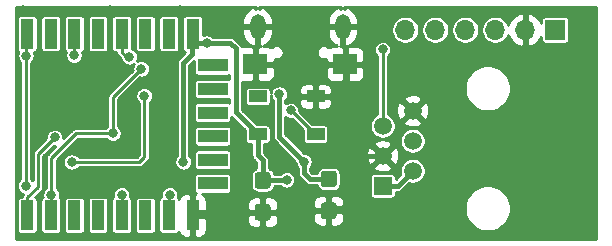
<source format=gbr>
%TF.GenerationSoftware,KiCad,Pcbnew,(5.1.9-0-10_14)*%
%TF.CreationDate,2021-04-09T15:24:22+02:00*%
%TF.ProjectId,P1_wifi,50315f77-6966-4692-9e6b-696361645f70,rev?*%
%TF.SameCoordinates,Original*%
%TF.FileFunction,Copper,L2,Bot*%
%TF.FilePolarity,Positive*%
%FSLAX46Y46*%
G04 Gerber Fmt 4.6, Leading zero omitted, Abs format (unit mm)*
G04 Created by KiCad (PCBNEW (5.1.9-0-10_14)) date 2021-04-09 15:24:22*
%MOMM*%
%LPD*%
G01*
G04 APERTURE LIST*
%TA.AperFunction,SMDPad,CuDef*%
%ADD10R,1.500000X1.000000*%
%TD*%
%TA.AperFunction,SMDPad,CuDef*%
%ADD11R,1.100000X2.500000*%
%TD*%
%TA.AperFunction,SMDPad,CuDef*%
%ADD12R,2.500000X1.100000*%
%TD*%
%TA.AperFunction,ComponentPad*%
%ADD13O,1.700000X1.700000*%
%TD*%
%TA.AperFunction,ComponentPad*%
%ADD14R,1.700000X1.700000*%
%TD*%
%TA.AperFunction,ComponentPad*%
%ADD15O,1.300000X2.150000*%
%TD*%
%TA.AperFunction,ComponentPad*%
%ADD16R,2.000000X1.800000*%
%TD*%
%TA.AperFunction,ComponentPad*%
%ADD17R,1.520000X1.520000*%
%TD*%
%TA.AperFunction,ComponentPad*%
%ADD18C,1.520000*%
%TD*%
%TA.AperFunction,ViaPad*%
%ADD19C,0.812800*%
%TD*%
%TA.AperFunction,Conductor*%
%ADD20C,0.406400*%
%TD*%
%TA.AperFunction,Conductor*%
%ADD21C,0.254000*%
%TD*%
%TA.AperFunction,Conductor*%
%ADD22C,0.100000*%
%TD*%
G04 APERTURE END LIST*
D10*
%TO.P,D1,1*%
%TO.N,+3V3*%
X28411000Y9195000D03*
%TO.P,D1,2*%
%TO.N,Net-(D1-Pad2)*%
X28411000Y12395000D03*
%TO.P,D1,4*%
%TO.N,LED_DIN*%
X33311000Y9195000D03*
%TO.P,D1,3*%
%TO.N,GND*%
X33311000Y12395000D03*
%TD*%
D11*
%TO.P,U1,1*%
%TO.N,RST*%
X8890000Y17718000D03*
%TO.P,U1,2*%
%TO.N,Net-(U1-Pad2)*%
X10890000Y17718000D03*
%TO.P,U1,3*%
%TO.N,Net-(R3-Pad2)*%
X12890000Y17718000D03*
%TO.P,U1,4*%
%TO.N,Net-(U1-Pad4)*%
X14890000Y17718000D03*
%TO.P,U1,5*%
%TO.N,LED_DIN*%
X16890000Y17718000D03*
%TO.P,U1,6*%
%TO.N,Net-(U1-Pad6)*%
X18890000Y17718000D03*
%TO.P,U1,7*%
%TO.N,Net-(U1-Pad7)*%
X20890000Y17718000D03*
%TO.P,U1,8*%
%TO.N,+3V3*%
X22890000Y17718000D03*
%TO.P,U1,9*%
%TO.N,GND*%
X22890000Y2318000D03*
%TO.P,U1,10*%
%TO.N,Net-(R8-Pad1)*%
X20890000Y2318000D03*
%TO.P,U1,11*%
%TO.N,Net-(U1-Pad11)*%
X18890000Y2318000D03*
%TO.P,U1,12*%
%TO.N,GPIO0*%
X16890000Y2318000D03*
%TO.P,U1,13*%
%TO.N,Net-(U1-Pad13)*%
X14890000Y2318000D03*
%TO.P,U1,14*%
%TO.N,Net-(U1-Pad14)*%
X12890000Y2318000D03*
%TO.P,U1,15*%
%TO.N,RX*%
X10890000Y2318000D03*
%TO.P,U1,16*%
%TO.N,TX*%
X8890000Y2318000D03*
D12*
%TO.P,U1,17*%
%TO.N,Net-(U1-Pad17)*%
X24590000Y15028000D03*
%TO.P,U1,18*%
%TO.N,Net-(U1-Pad18)*%
X24590000Y13028000D03*
%TO.P,U1,19*%
%TO.N,Net-(U1-Pad19)*%
X24590000Y11028000D03*
%TO.P,U1,20*%
%TO.N,Net-(U1-Pad20)*%
X24590000Y9028000D03*
%TO.P,U1,21*%
%TO.N,Net-(U1-Pad21)*%
X24590000Y7028000D03*
%TO.P,U1,22*%
%TO.N,Net-(U1-Pad22)*%
X24590000Y5028000D03*
%TD*%
D13*
%TO.P,J3,6*%
%TO.N,RTS*%
X40894000Y18034000D03*
%TO.P,J3,5*%
%TO.N,DTR*%
X43434000Y18034000D03*
%TO.P,J3,4*%
%TO.N,RX*%
X45974000Y18034000D03*
%TO.P,J3,3*%
%TO.N,TX*%
X48514000Y18034000D03*
%TO.P,J3,2*%
%TO.N,GND*%
X51054000Y18034000D03*
D14*
%TO.P,J3,1*%
%TO.N,+3V3*%
X53594000Y18034000D03*
%TD*%
D15*
%TO.P,J2,SH*%
%TO.N,GND*%
X28404000Y18288000D03*
D16*
X28204000Y15128000D03*
D15*
X35604000Y18288000D03*
D16*
X35804000Y15128000D03*
%TD*%
D17*
%TO.P,J1,1*%
%TO.N,+5V*%
X38989000Y4826000D03*
D18*
%TO.P,J1,2*%
X41529000Y6096000D03*
%TO.P,J1,3*%
%TO.N,GND*%
X38989000Y7366000D03*
%TO.P,J1,4*%
%TO.N,Net-(J1-Pad4)*%
X41529000Y8636000D03*
%TO.P,J1,5*%
%TO.N,DATA*%
X38989000Y9906000D03*
%TO.P,J1,6*%
%TO.N,GND*%
X41529000Y11176000D03*
%TD*%
%TO.P,C3,2*%
%TO.N,GND*%
%TA.AperFunction,SMDPad,CuDef*%
G36*
G01*
X28403999Y3287000D02*
X29254001Y3287000D01*
G75*
G02*
X29504000Y3037001I0J-249999D01*
G01*
X29504000Y2136999D01*
G75*
G02*
X29254001Y1887000I-249999J0D01*
G01*
X28403999Y1887000D01*
G75*
G02*
X28154000Y2136999I0J249999D01*
G01*
X28154000Y3037001D01*
G75*
G02*
X28403999Y3287000I249999J0D01*
G01*
G37*
%TD.AperFunction*%
%TO.P,C3,1*%
%TO.N,+3V3*%
%TA.AperFunction,SMDPad,CuDef*%
G36*
G01*
X28403999Y5987000D02*
X29254001Y5987000D01*
G75*
G02*
X29504000Y5737001I0J-249999D01*
G01*
X29504000Y4836999D01*
G75*
G02*
X29254001Y4587000I-249999J0D01*
G01*
X28403999Y4587000D01*
G75*
G02*
X28154000Y4836999I0J249999D01*
G01*
X28154000Y5737001D01*
G75*
G02*
X28403999Y5987000I249999J0D01*
G01*
G37*
%TD.AperFunction*%
%TD*%
%TO.P,C2,2*%
%TO.N,GND*%
%TA.AperFunction,SMDPad,CuDef*%
G36*
G01*
X33991999Y3414000D02*
X34842001Y3414000D01*
G75*
G02*
X35092000Y3164001I0J-249999D01*
G01*
X35092000Y2263999D01*
G75*
G02*
X34842001Y2014000I-249999J0D01*
G01*
X33991999Y2014000D01*
G75*
G02*
X33742000Y2263999I0J249999D01*
G01*
X33742000Y3164001D01*
G75*
G02*
X33991999Y3414000I249999J0D01*
G01*
G37*
%TD.AperFunction*%
%TO.P,C2,1*%
%TO.N,+5V*%
%TA.AperFunction,SMDPad,CuDef*%
G36*
G01*
X33991999Y6114000D02*
X34842001Y6114000D01*
G75*
G02*
X35092000Y5864001I0J-249999D01*
G01*
X35092000Y4963999D01*
G75*
G02*
X34842001Y4714000I-249999J0D01*
G01*
X33991999Y4714000D01*
G75*
G02*
X33742000Y4963999I0J249999D01*
G01*
X33742000Y5864001D01*
G75*
G02*
X33991999Y6114000I249999J0D01*
G01*
G37*
%TD.AperFunction*%
%TD*%
D19*
%TO.N,GND*%
X25340644Y2599356D03*
X14859000Y10769600D03*
X12496800Y10718800D03*
X26974800Y7569200D03*
X56007000Y1905000D03*
X56007000Y11430000D03*
X56007000Y17780000D03*
X38227000Y1905000D03*
X30607000Y18415000D03*
X31877000Y18415000D03*
X33147000Y18415000D03*
X38227000Y18415000D03*
X14097000Y5080000D03*
X18288000Y5080000D03*
X18796000Y13589000D03*
X31877000Y2159000D03*
X8509000Y19685000D03*
X15875000Y19685000D03*
X21844000Y19685000D03*
%TO.N,+5V*%
X30226000Y12598400D03*
X32334200Y6883400D03*
%TO.N,+3V3*%
X30861018Y5334000D03*
X22098000Y6858000D03*
X24091900Y16916400D03*
%TO.N,DATA*%
X18796000Y12446000D03*
X38989000Y16383000D03*
X12665200Y6842000D03*
%TO.N,RX*%
X18542000Y14732000D03*
X16141862Y9283862D03*
X10922000Y4064000D03*
%TO.N,TX*%
X11226800Y8940800D03*
%TO.N,RST*%
X8763000Y4826002D03*
X8788400Y15849600D03*
%TO.N,GPIO0*%
X16891000Y4064000D03*
%TO.N,LED_DIN*%
X17526000Y15748000D03*
X31201921Y11216079D03*
%TO.N,Net-(R3-Pad2)*%
X12852400Y15875000D03*
%TO.N,Net-(R8-Pad1)*%
X20955000Y4064000D03*
%TD*%
D20*
%TO.N,GND*%
X25340644Y2599356D02*
X23308644Y2599356D01*
X23308644Y2599356D02*
X22890000Y3018000D01*
X34417000Y2667000D02*
X34349356Y2599356D01*
X35991800Y7366000D02*
X35991800Y14740200D01*
X35991800Y14740200D02*
X35604000Y15128000D01*
X33401000Y12319000D02*
X35991800Y12319000D01*
X35991800Y3378200D02*
X35534600Y2921000D01*
X35534600Y2921000D02*
X34163000Y2921000D01*
X35991800Y7366000D02*
X35991800Y3378200D01*
X35991800Y7366000D02*
X38989000Y7366000D01*
X32432000Y2714000D02*
X31877000Y2159000D01*
X31436644Y2599356D02*
X31877000Y2159000D01*
X34417000Y2714000D02*
X32432000Y2714000D01*
X25340644Y2599356D02*
X31436644Y2599356D01*
%TO.N,+5V*%
X38989000Y4826000D02*
X38481000Y5334000D01*
X40259000Y4826000D02*
X38989000Y4826000D01*
X41529000Y6096000D02*
X40259000Y4826000D01*
X32355305Y6904505D02*
X32334200Y6883400D01*
X30226000Y12598400D02*
X30226000Y8991600D01*
X30226000Y8991600D02*
X32334200Y6883400D01*
X32334200Y5892800D02*
X32334200Y6883400D01*
X32813000Y5414000D02*
X32334200Y5892800D01*
X34417000Y5414000D02*
X32813000Y5414000D01*
%TO.N,+3V3*%
X22890000Y16764000D02*
X22860000Y16794000D01*
X28876000Y5334000D02*
X28829000Y5287000D01*
X30861018Y5334000D02*
X28876000Y5334000D01*
X28829000Y6985000D02*
X28829000Y5287000D01*
X28411000Y7403000D02*
X28829000Y6985000D01*
X28411000Y9195000D02*
X28411000Y7403000D01*
X22860000Y16002000D02*
X22098000Y15240000D01*
X22098000Y15240000D02*
X22098000Y6858000D01*
X22860000Y16988000D02*
X22860000Y16002000D01*
X22890000Y17018000D02*
X22860000Y16988000D01*
X22890000Y17018000D02*
X22991600Y16916400D01*
X22991600Y16916400D02*
X24091900Y16916400D01*
X26085800Y16916400D02*
X24091900Y16916400D01*
X26543000Y16459200D02*
X26085800Y16916400D01*
X26543000Y11063000D02*
X26543000Y16459200D01*
X28411000Y9195000D02*
X26543000Y11063000D01*
D21*
%TO.N,DATA*%
X18348200Y6842000D02*
X12665200Y6842000D01*
X18796000Y7289800D02*
X18348200Y6842000D01*
X18796000Y12446000D02*
X18796000Y7289800D01*
X38976300Y9918700D02*
X38989000Y9906000D01*
X38976300Y16370300D02*
X38976300Y9918700D01*
X38989000Y16383000D02*
X38976300Y16370300D01*
%TO.N,RX*%
X16141862Y12331862D02*
X16141862Y9283862D01*
X18542000Y14732000D02*
X16141862Y12331862D01*
X10890000Y2764000D02*
X10890000Y4032000D01*
X10890000Y4032000D02*
X10922000Y4064000D01*
X10922000Y7213600D02*
X10922000Y4064000D01*
X12992262Y9283862D02*
X10922000Y7213600D01*
X16141862Y9283862D02*
X12992262Y9283862D01*
%TO.N,TX*%
X9804400Y7518400D02*
X11226800Y8940800D01*
X9804400Y4759264D02*
X9804400Y7518400D01*
X8890000Y3844864D02*
X9804400Y4759264D01*
X8890000Y3018000D02*
X8890000Y3844864D01*
%TO.N,RST*%
X8788400Y16916400D02*
X8788400Y15849600D01*
X8763000Y4826002D02*
X8763000Y15824200D01*
X8890000Y17018000D02*
X8788400Y16916400D01*
X8763000Y15824200D02*
X8788400Y15849600D01*
%TO.N,GPIO0*%
X16890000Y3018000D02*
X16891000Y3019000D01*
X16891000Y3019000D02*
X16891000Y4064000D01*
%TO.N,LED_DIN*%
X17270000Y15748000D02*
X16890000Y16128000D01*
X17526000Y15748000D02*
X17270000Y15748000D01*
X16890000Y17018000D02*
X16890000Y16128000D01*
X33147000Y9144000D02*
X33147000Y9271000D01*
X33147000Y9271000D02*
X31201921Y11216079D01*
%TO.N,Net-(R3-Pad2)*%
X12890000Y16764000D02*
X12890000Y15912600D01*
X12890000Y15912600D02*
X12852400Y15875000D01*
%TO.N,Net-(R8-Pad1)*%
X20890000Y3018000D02*
X20890000Y3364000D01*
X20890000Y3018000D02*
X20890000Y3999000D01*
X20890000Y3999000D02*
X20955000Y4064000D01*
%TD*%
%TO.N,GND*%
X28276998Y19832068D02*
X28078529Y19956099D01*
X28029585Y19948787D01*
X27795689Y19851997D01*
X27585170Y19711436D01*
X27406118Y19532505D01*
X27265415Y19322081D01*
X27168467Y19088251D01*
X27119000Y18840000D01*
X27119000Y18415000D01*
X28277000Y18415000D01*
X28277000Y18435000D01*
X28531000Y18435000D01*
X28531000Y18415000D01*
X29689000Y18415000D01*
X29689000Y18840000D01*
X29639533Y19088251D01*
X29542585Y19322081D01*
X29401882Y19532505D01*
X29222830Y19711436D01*
X29012311Y19851997D01*
X28778415Y19948787D01*
X28729471Y19956099D01*
X28531002Y19832068D01*
X28531002Y19964800D01*
X35476998Y19964800D01*
X35476998Y19832068D01*
X35278529Y19956099D01*
X35229585Y19948787D01*
X34995689Y19851997D01*
X34785170Y19711436D01*
X34606118Y19532505D01*
X34465415Y19322081D01*
X34368467Y19088251D01*
X34319000Y18840000D01*
X34319000Y18415000D01*
X35477000Y18415000D01*
X35477000Y18435000D01*
X35731000Y18435000D01*
X35731000Y18415000D01*
X36889000Y18415000D01*
X36889000Y18840000D01*
X36839533Y19088251D01*
X36742585Y19322081D01*
X36601882Y19532505D01*
X36422830Y19711436D01*
X36212311Y19851997D01*
X35978415Y19948787D01*
X35929471Y19956099D01*
X35731002Y19832068D01*
X35731002Y19964800D01*
X57048800Y19964800D01*
X57048801Y355200D01*
X7950200Y355200D01*
X7950200Y18968000D01*
X8008203Y18968000D01*
X8008203Y16468000D01*
X8014578Y16403270D01*
X8033460Y16341027D01*
X8064121Y16283663D01*
X8105384Y16233384D01*
X8139970Y16205000D01*
X8135634Y16198511D01*
X8080107Y16064458D01*
X8051800Y15922149D01*
X8051800Y15777051D01*
X8080107Y15634742D01*
X8135634Y15500689D01*
X8216245Y15380045D01*
X8305801Y15290489D01*
X8305800Y5406412D01*
X8293445Y5398157D01*
X8190845Y5295557D01*
X8110234Y5174913D01*
X8054707Y5040860D01*
X8026400Y4898551D01*
X8026400Y4753453D01*
X8054707Y4611144D01*
X8110234Y4477091D01*
X8190845Y4356447D01*
X8293445Y4253847D01*
X8414089Y4173236D01*
X8528980Y4125646D01*
X8508013Y4100099D01*
X8501881Y4088626D01*
X8465560Y4020673D01*
X8439416Y3934491D01*
X8438186Y3922000D01*
X8435999Y3899797D01*
X8340000Y3899797D01*
X8275270Y3893422D01*
X8213027Y3874540D01*
X8155663Y3843879D01*
X8105384Y3802616D01*
X8064121Y3752337D01*
X8033460Y3694973D01*
X8014578Y3632730D01*
X8008203Y3568000D01*
X8008203Y1068000D01*
X8014578Y1003270D01*
X8033460Y941027D01*
X8064121Y883663D01*
X8105384Y833384D01*
X8155663Y792121D01*
X8213027Y761460D01*
X8275270Y742578D01*
X8340000Y736203D01*
X9440000Y736203D01*
X9504730Y742578D01*
X9566973Y761460D01*
X9624337Y792121D01*
X9674616Y833384D01*
X9715879Y883663D01*
X9746540Y941027D01*
X9765422Y1003270D01*
X9771797Y1068000D01*
X9771797Y3568000D01*
X9765422Y3632730D01*
X9746540Y3694973D01*
X9715879Y3752337D01*
X9674616Y3802616D01*
X9624337Y3843879D01*
X9566973Y3874540D01*
X9566421Y3874707D01*
X10111809Y4420095D01*
X10129253Y4434411D01*
X10186387Y4504028D01*
X10228841Y4583455D01*
X10254985Y4669637D01*
X10261600Y4736804D01*
X10261600Y4736814D01*
X10263811Y4759264D01*
X10261600Y4781714D01*
X10261600Y7329023D01*
X11139677Y8207099D01*
X11154251Y8204200D01*
X11266022Y8204200D01*
X10614597Y7552774D01*
X10597147Y7538453D01*
X10540013Y7468835D01*
X10497559Y7389408D01*
X10471415Y7303226D01*
X10464800Y7236059D01*
X10464800Y7236050D01*
X10462589Y7213600D01*
X10464800Y7191150D01*
X10464801Y4644411D01*
X10452445Y4636155D01*
X10349845Y4533555D01*
X10269234Y4412911D01*
X10213707Y4278858D01*
X10185400Y4136549D01*
X10185400Y3991451D01*
X10209075Y3872428D01*
X10155663Y3843879D01*
X10105384Y3802616D01*
X10064121Y3752337D01*
X10033460Y3694973D01*
X10014578Y3632730D01*
X10008203Y3568000D01*
X10008203Y1068000D01*
X10014578Y1003270D01*
X10033460Y941027D01*
X10064121Y883663D01*
X10105384Y833384D01*
X10155663Y792121D01*
X10213027Y761460D01*
X10275270Y742578D01*
X10340000Y736203D01*
X11440000Y736203D01*
X11504730Y742578D01*
X11566973Y761460D01*
X11624337Y792121D01*
X11674616Y833384D01*
X11715879Y883663D01*
X11746540Y941027D01*
X11765422Y1003270D01*
X11771797Y1068000D01*
X11771797Y3568000D01*
X12008203Y3568000D01*
X12008203Y1068000D01*
X12014578Y1003270D01*
X12033460Y941027D01*
X12064121Y883663D01*
X12105384Y833384D01*
X12155663Y792121D01*
X12213027Y761460D01*
X12275270Y742578D01*
X12340000Y736203D01*
X13440000Y736203D01*
X13504730Y742578D01*
X13566973Y761460D01*
X13624337Y792121D01*
X13674616Y833384D01*
X13715879Y883663D01*
X13746540Y941027D01*
X13765422Y1003270D01*
X13771797Y1068000D01*
X13771797Y3568000D01*
X14008203Y3568000D01*
X14008203Y1068000D01*
X14014578Y1003270D01*
X14033460Y941027D01*
X14064121Y883663D01*
X14105384Y833384D01*
X14155663Y792121D01*
X14213027Y761460D01*
X14275270Y742578D01*
X14340000Y736203D01*
X15440000Y736203D01*
X15504730Y742578D01*
X15566973Y761460D01*
X15624337Y792121D01*
X15674616Y833384D01*
X15715879Y883663D01*
X15746540Y941027D01*
X15765422Y1003270D01*
X15771797Y1068000D01*
X15771797Y3568000D01*
X16008203Y3568000D01*
X16008203Y1068000D01*
X16014578Y1003270D01*
X16033460Y941027D01*
X16064121Y883663D01*
X16105384Y833384D01*
X16155663Y792121D01*
X16213027Y761460D01*
X16275270Y742578D01*
X16340000Y736203D01*
X17440000Y736203D01*
X17504730Y742578D01*
X17566973Y761460D01*
X17624337Y792121D01*
X17674616Y833384D01*
X17715879Y883663D01*
X17746540Y941027D01*
X17765422Y1003270D01*
X17771797Y1068000D01*
X17771797Y3568000D01*
X18008203Y3568000D01*
X18008203Y1068000D01*
X18014578Y1003270D01*
X18033460Y941027D01*
X18064121Y883663D01*
X18105384Y833384D01*
X18155663Y792121D01*
X18213027Y761460D01*
X18275270Y742578D01*
X18340000Y736203D01*
X19440000Y736203D01*
X19504730Y742578D01*
X19566973Y761460D01*
X19624337Y792121D01*
X19674616Y833384D01*
X19715879Y883663D01*
X19746540Y941027D01*
X19765422Y1003270D01*
X19771797Y1068000D01*
X19771797Y3568000D01*
X20008203Y3568000D01*
X20008203Y1068000D01*
X20014578Y1003270D01*
X20033460Y941027D01*
X20064121Y883663D01*
X20105384Y833384D01*
X20155663Y792121D01*
X20213027Y761460D01*
X20275270Y742578D01*
X20340000Y736203D01*
X21440000Y736203D01*
X21504730Y742578D01*
X21566973Y761460D01*
X21624337Y792121D01*
X21674616Y833384D01*
X21715879Y883663D01*
X21726383Y903316D01*
X21750498Y823820D01*
X21809463Y713506D01*
X21888815Y616815D01*
X21985506Y537463D01*
X22095820Y478498D01*
X22215518Y442188D01*
X22340000Y429928D01*
X22604250Y433000D01*
X22763000Y591750D01*
X22763000Y2191000D01*
X23017000Y2191000D01*
X23017000Y591750D01*
X23175750Y433000D01*
X23440000Y429928D01*
X23564482Y442188D01*
X23684180Y478498D01*
X23794494Y537463D01*
X23891185Y616815D01*
X23970537Y713506D01*
X24029502Y823820D01*
X24065812Y943518D01*
X24078072Y1068000D01*
X24075463Y1887000D01*
X27515928Y1887000D01*
X27528188Y1762518D01*
X27564498Y1642820D01*
X27623463Y1532506D01*
X27702815Y1435815D01*
X27799506Y1356463D01*
X27909820Y1297498D01*
X28029518Y1261188D01*
X28154000Y1248928D01*
X28543250Y1252000D01*
X28702000Y1410750D01*
X28702000Y2460000D01*
X28956000Y2460000D01*
X28956000Y1410750D01*
X29114750Y1252000D01*
X29504000Y1248928D01*
X29628482Y1261188D01*
X29748180Y1297498D01*
X29858494Y1356463D01*
X29955185Y1435815D01*
X30034537Y1532506D01*
X30093502Y1642820D01*
X30129812Y1762518D01*
X30142072Y1887000D01*
X30141131Y2014000D01*
X33103928Y2014000D01*
X33116188Y1889518D01*
X33152498Y1769820D01*
X33211463Y1659506D01*
X33290815Y1562815D01*
X33387506Y1483463D01*
X33497820Y1424498D01*
X33617518Y1388188D01*
X33742000Y1375928D01*
X34131250Y1379000D01*
X34290000Y1537750D01*
X34290000Y2587000D01*
X34544000Y2587000D01*
X34544000Y1537750D01*
X34702750Y1379000D01*
X35092000Y1375928D01*
X35216482Y1388188D01*
X35336180Y1424498D01*
X35446494Y1483463D01*
X35543185Y1562815D01*
X35622537Y1659506D01*
X35681502Y1769820D01*
X35717812Y1889518D01*
X35730072Y2014000D01*
X35727000Y2428250D01*
X35568250Y2587000D01*
X34544000Y2587000D01*
X34290000Y2587000D01*
X33265750Y2587000D01*
X33107000Y2428250D01*
X33103928Y2014000D01*
X30141131Y2014000D01*
X30139000Y2301250D01*
X29980250Y2460000D01*
X28956000Y2460000D01*
X28702000Y2460000D01*
X27677750Y2460000D01*
X27519000Y2301250D01*
X27515928Y1887000D01*
X24075463Y1887000D01*
X24075000Y2032250D01*
X23916250Y2191000D01*
X23017000Y2191000D01*
X22763000Y2191000D01*
X22743000Y2191000D01*
X22743000Y2445000D01*
X22763000Y2445000D01*
X22763000Y4044250D01*
X22604250Y4203000D01*
X22340000Y4206072D01*
X22215518Y4193812D01*
X22095820Y4157502D01*
X21985506Y4098537D01*
X21888815Y4019185D01*
X21809463Y3922494D01*
X21750498Y3812180D01*
X21726383Y3732684D01*
X21715879Y3752337D01*
X21674616Y3802616D01*
X21651783Y3821355D01*
X21663293Y3849142D01*
X21691600Y3991451D01*
X21691600Y4136549D01*
X21663293Y4278858D01*
X21607766Y4412911D01*
X21527155Y4533555D01*
X21424555Y4636155D01*
X21303911Y4716766D01*
X21169858Y4772293D01*
X21027549Y4800600D01*
X20882451Y4800600D01*
X20740142Y4772293D01*
X20606089Y4716766D01*
X20485445Y4636155D01*
X20382845Y4533555D01*
X20302234Y4412911D01*
X20246707Y4278858D01*
X20218400Y4136549D01*
X20218400Y3991451D01*
X20240026Y3882730D01*
X20213027Y3874540D01*
X20155663Y3843879D01*
X20105384Y3802616D01*
X20064121Y3752337D01*
X20033460Y3694973D01*
X20014578Y3632730D01*
X20008203Y3568000D01*
X19771797Y3568000D01*
X19765422Y3632730D01*
X19746540Y3694973D01*
X19715879Y3752337D01*
X19674616Y3802616D01*
X19624337Y3843879D01*
X19566973Y3874540D01*
X19504730Y3893422D01*
X19440000Y3899797D01*
X18340000Y3899797D01*
X18275270Y3893422D01*
X18213027Y3874540D01*
X18155663Y3843879D01*
X18105384Y3802616D01*
X18064121Y3752337D01*
X18033460Y3694973D01*
X18014578Y3632730D01*
X18008203Y3568000D01*
X17771797Y3568000D01*
X17765422Y3632730D01*
X17746540Y3694973D01*
X17715879Y3752337D01*
X17674616Y3802616D01*
X17624337Y3843879D01*
X17600753Y3856484D01*
X17627600Y3991451D01*
X17627600Y4136549D01*
X17599293Y4278858D01*
X17543766Y4412911D01*
X17463155Y4533555D01*
X17360555Y4636155D01*
X17239911Y4716766D01*
X17105858Y4772293D01*
X16963549Y4800600D01*
X16818451Y4800600D01*
X16676142Y4772293D01*
X16542089Y4716766D01*
X16421445Y4636155D01*
X16318845Y4533555D01*
X16238234Y4412911D01*
X16182707Y4278858D01*
X16154400Y4136549D01*
X16154400Y3991451D01*
X16181054Y3857451D01*
X16155663Y3843879D01*
X16105384Y3802616D01*
X16064121Y3752337D01*
X16033460Y3694973D01*
X16014578Y3632730D01*
X16008203Y3568000D01*
X15771797Y3568000D01*
X15765422Y3632730D01*
X15746540Y3694973D01*
X15715879Y3752337D01*
X15674616Y3802616D01*
X15624337Y3843879D01*
X15566973Y3874540D01*
X15504730Y3893422D01*
X15440000Y3899797D01*
X14340000Y3899797D01*
X14275270Y3893422D01*
X14213027Y3874540D01*
X14155663Y3843879D01*
X14105384Y3802616D01*
X14064121Y3752337D01*
X14033460Y3694973D01*
X14014578Y3632730D01*
X14008203Y3568000D01*
X13771797Y3568000D01*
X13765422Y3632730D01*
X13746540Y3694973D01*
X13715879Y3752337D01*
X13674616Y3802616D01*
X13624337Y3843879D01*
X13566973Y3874540D01*
X13504730Y3893422D01*
X13440000Y3899797D01*
X12340000Y3899797D01*
X12275270Y3893422D01*
X12213027Y3874540D01*
X12155663Y3843879D01*
X12105384Y3802616D01*
X12064121Y3752337D01*
X12033460Y3694973D01*
X12014578Y3632730D01*
X12008203Y3568000D01*
X11771797Y3568000D01*
X11765422Y3632730D01*
X11746540Y3694973D01*
X11715879Y3752337D01*
X11674616Y3802616D01*
X11627155Y3841566D01*
X11630293Y3849142D01*
X11658600Y3991451D01*
X11658600Y4136549D01*
X11630293Y4278858D01*
X11574766Y4412911D01*
X11494155Y4533555D01*
X11391555Y4636155D01*
X11379200Y4644410D01*
X11379200Y5578000D01*
X23008203Y5578000D01*
X23008203Y4478000D01*
X23014578Y4413270D01*
X23033460Y4351027D01*
X23064121Y4293663D01*
X23105384Y4243384D01*
X23155663Y4202121D01*
X23168180Y4195430D01*
X23017000Y4044250D01*
X23017000Y2445000D01*
X23916250Y2445000D01*
X24075000Y2603750D01*
X24077176Y3287000D01*
X27515928Y3287000D01*
X27519000Y2872750D01*
X27677750Y2714000D01*
X28702000Y2714000D01*
X28702000Y3763250D01*
X28956000Y3763250D01*
X28956000Y2714000D01*
X29980250Y2714000D01*
X30139000Y2872750D01*
X30142072Y3287000D01*
X30129812Y3411482D01*
X30129049Y3414000D01*
X33103928Y3414000D01*
X33107000Y2999750D01*
X33265750Y2841000D01*
X34290000Y2841000D01*
X34290000Y3890250D01*
X34544000Y3890250D01*
X34544000Y2841000D01*
X35568250Y2841000D01*
X35727000Y2999750D01*
X35727806Y3108570D01*
X45923800Y3108570D01*
X45923800Y2723430D01*
X45998938Y2345689D01*
X46146325Y1989866D01*
X46360297Y1669633D01*
X46632633Y1397297D01*
X46952866Y1183325D01*
X47308689Y1035938D01*
X47686430Y960800D01*
X48071570Y960800D01*
X48449311Y1035938D01*
X48805134Y1183325D01*
X49125367Y1397297D01*
X49397703Y1669633D01*
X49611675Y1989866D01*
X49759062Y2345689D01*
X49834200Y2723430D01*
X49834200Y3108570D01*
X49759062Y3486311D01*
X49611675Y3842134D01*
X49397703Y4162367D01*
X49125367Y4434703D01*
X48805134Y4648675D01*
X48449311Y4796062D01*
X48071570Y4871200D01*
X47686430Y4871200D01*
X47308689Y4796062D01*
X46952866Y4648675D01*
X46632633Y4434703D01*
X46360297Y4162367D01*
X46146325Y3842134D01*
X45998938Y3486311D01*
X45923800Y3108570D01*
X35727806Y3108570D01*
X35730072Y3414000D01*
X35717812Y3538482D01*
X35681502Y3658180D01*
X35622537Y3768494D01*
X35543185Y3865185D01*
X35446494Y3944537D01*
X35336180Y4003502D01*
X35216482Y4039812D01*
X35092000Y4052072D01*
X34702750Y4049000D01*
X34544000Y3890250D01*
X34290000Y3890250D01*
X34131250Y4049000D01*
X33742000Y4052072D01*
X33617518Y4039812D01*
X33497820Y4003502D01*
X33387506Y3944537D01*
X33290815Y3865185D01*
X33211463Y3768494D01*
X33152498Y3658180D01*
X33116188Y3538482D01*
X33103928Y3414000D01*
X30129049Y3414000D01*
X30093502Y3531180D01*
X30034537Y3641494D01*
X29955185Y3738185D01*
X29858494Y3817537D01*
X29748180Y3876502D01*
X29628482Y3912812D01*
X29504000Y3925072D01*
X29114750Y3922000D01*
X28956000Y3763250D01*
X28702000Y3763250D01*
X28543250Y3922000D01*
X28154000Y3925072D01*
X28029518Y3912812D01*
X27909820Y3876502D01*
X27799506Y3817537D01*
X27702815Y3738185D01*
X27623463Y3641494D01*
X27564498Y3531180D01*
X27528188Y3411482D01*
X27515928Y3287000D01*
X24077176Y3287000D01*
X24078072Y3568000D01*
X24065812Y3692482D01*
X24029502Y3812180D01*
X23970537Y3922494D01*
X23891185Y4019185D01*
X23794494Y4098537D01*
X23705319Y4146203D01*
X25840000Y4146203D01*
X25904730Y4152578D01*
X25966973Y4171460D01*
X26024337Y4202121D01*
X26074616Y4243384D01*
X26115879Y4293663D01*
X26146540Y4351027D01*
X26165422Y4413270D01*
X26171797Y4478000D01*
X26171797Y5578000D01*
X26165422Y5642730D01*
X26146540Y5704973D01*
X26115879Y5762337D01*
X26074616Y5812616D01*
X26024337Y5853879D01*
X25966973Y5884540D01*
X25904730Y5903422D01*
X25840000Y5909797D01*
X23340000Y5909797D01*
X23275270Y5903422D01*
X23213027Y5884540D01*
X23155663Y5853879D01*
X23105384Y5812616D01*
X23064121Y5762337D01*
X23033460Y5704973D01*
X23014578Y5642730D01*
X23008203Y5578000D01*
X11379200Y5578000D01*
X11379200Y6914549D01*
X11928600Y6914549D01*
X11928600Y6769451D01*
X11956907Y6627142D01*
X12012434Y6493089D01*
X12093045Y6372445D01*
X12195645Y6269845D01*
X12316289Y6189234D01*
X12450342Y6133707D01*
X12592651Y6105400D01*
X12737749Y6105400D01*
X12880058Y6133707D01*
X13014111Y6189234D01*
X13134755Y6269845D01*
X13237355Y6372445D01*
X13245610Y6384800D01*
X18325750Y6384800D01*
X18348200Y6382589D01*
X18370650Y6384800D01*
X18370660Y6384800D01*
X18437827Y6391415D01*
X18524009Y6417559D01*
X18603436Y6460013D01*
X18673053Y6517147D01*
X18687374Y6534597D01*
X19083326Y6930549D01*
X21361400Y6930549D01*
X21361400Y6785451D01*
X21389707Y6643142D01*
X21445234Y6509089D01*
X21525845Y6388445D01*
X21628445Y6285845D01*
X21749089Y6205234D01*
X21883142Y6149707D01*
X22025451Y6121400D01*
X22170549Y6121400D01*
X22312858Y6149707D01*
X22446911Y6205234D01*
X22567555Y6285845D01*
X22670155Y6388445D01*
X22750766Y6509089D01*
X22806293Y6643142D01*
X22834600Y6785451D01*
X22834600Y6930549D01*
X22806293Y7072858D01*
X22750766Y7206911D01*
X22670155Y7327555D01*
X22631400Y7366310D01*
X22631400Y7578000D01*
X23008203Y7578000D01*
X23008203Y6478000D01*
X23014578Y6413270D01*
X23033460Y6351027D01*
X23064121Y6293663D01*
X23105384Y6243384D01*
X23155663Y6202121D01*
X23213027Y6171460D01*
X23275270Y6152578D01*
X23340000Y6146203D01*
X25840000Y6146203D01*
X25904730Y6152578D01*
X25966973Y6171460D01*
X26024337Y6202121D01*
X26074616Y6243384D01*
X26115879Y6293663D01*
X26146540Y6351027D01*
X26165422Y6413270D01*
X26171797Y6478000D01*
X26171797Y7578000D01*
X26165422Y7642730D01*
X26146540Y7704973D01*
X26115879Y7762337D01*
X26074616Y7812616D01*
X26024337Y7853879D01*
X25966973Y7884540D01*
X25904730Y7903422D01*
X25840000Y7909797D01*
X23340000Y7909797D01*
X23275270Y7903422D01*
X23213027Y7884540D01*
X23155663Y7853879D01*
X23105384Y7812616D01*
X23064121Y7762337D01*
X23033460Y7704973D01*
X23014578Y7642730D01*
X23008203Y7578000D01*
X22631400Y7578000D01*
X22631400Y9578000D01*
X23008203Y9578000D01*
X23008203Y8478000D01*
X23014578Y8413270D01*
X23033460Y8351027D01*
X23064121Y8293663D01*
X23105384Y8243384D01*
X23155663Y8202121D01*
X23213027Y8171460D01*
X23275270Y8152578D01*
X23340000Y8146203D01*
X25840000Y8146203D01*
X25904730Y8152578D01*
X25966973Y8171460D01*
X26024337Y8202121D01*
X26074616Y8243384D01*
X26115879Y8293663D01*
X26146540Y8351027D01*
X26165422Y8413270D01*
X26171797Y8478000D01*
X26171797Y9578000D01*
X26165422Y9642730D01*
X26146540Y9704973D01*
X26115879Y9762337D01*
X26074616Y9812616D01*
X26024337Y9853879D01*
X25966973Y9884540D01*
X25904730Y9903422D01*
X25840000Y9909797D01*
X23340000Y9909797D01*
X23275270Y9903422D01*
X23213027Y9884540D01*
X23155663Y9853879D01*
X23105384Y9812616D01*
X23064121Y9762337D01*
X23033460Y9704973D01*
X23014578Y9642730D01*
X23008203Y9578000D01*
X22631400Y9578000D01*
X22631400Y15019059D01*
X23008203Y15395862D01*
X23008203Y14478000D01*
X23014578Y14413270D01*
X23033460Y14351027D01*
X23064121Y14293663D01*
X23105384Y14243384D01*
X23155663Y14202121D01*
X23213027Y14171460D01*
X23275270Y14152578D01*
X23340000Y14146203D01*
X25840000Y14146203D01*
X25904730Y14152578D01*
X25966973Y14171460D01*
X26009601Y14194244D01*
X26009601Y13861756D01*
X25966973Y13884540D01*
X25904730Y13903422D01*
X25840000Y13909797D01*
X23340000Y13909797D01*
X23275270Y13903422D01*
X23213027Y13884540D01*
X23155663Y13853879D01*
X23105384Y13812616D01*
X23064121Y13762337D01*
X23033460Y13704973D01*
X23014578Y13642730D01*
X23008203Y13578000D01*
X23008203Y12478000D01*
X23014578Y12413270D01*
X23033460Y12351027D01*
X23064121Y12293663D01*
X23105384Y12243384D01*
X23155663Y12202121D01*
X23213027Y12171460D01*
X23275270Y12152578D01*
X23340000Y12146203D01*
X25840000Y12146203D01*
X25904730Y12152578D01*
X25966973Y12171460D01*
X26009600Y12194244D01*
X26009600Y11861756D01*
X25966973Y11884540D01*
X25904730Y11903422D01*
X25840000Y11909797D01*
X23340000Y11909797D01*
X23275270Y11903422D01*
X23213027Y11884540D01*
X23155663Y11853879D01*
X23105384Y11812616D01*
X23064121Y11762337D01*
X23033460Y11704973D01*
X23014578Y11642730D01*
X23008203Y11578000D01*
X23008203Y10478000D01*
X23014578Y10413270D01*
X23033460Y10351027D01*
X23064121Y10293663D01*
X23105384Y10243384D01*
X23155663Y10202121D01*
X23213027Y10171460D01*
X23275270Y10152578D01*
X23340000Y10146203D01*
X25840000Y10146203D01*
X25904730Y10152578D01*
X25966973Y10171460D01*
X26024337Y10202121D01*
X26074616Y10243384D01*
X26115879Y10293663D01*
X26146540Y10351027D01*
X26165422Y10413270D01*
X26171797Y10478000D01*
X26171797Y10677610D01*
X26184355Y10667304D01*
X27329203Y9522455D01*
X27329203Y8695000D01*
X27335578Y8630270D01*
X27354460Y8568027D01*
X27385121Y8510663D01*
X27426384Y8460384D01*
X27476663Y8419121D01*
X27534027Y8388460D01*
X27596270Y8369578D01*
X27661000Y8363203D01*
X27877600Y8363203D01*
X27877601Y7429197D01*
X27875021Y7403000D01*
X27885319Y7298436D01*
X27915819Y7197890D01*
X27941734Y7149407D01*
X27965350Y7105225D01*
X27974595Y7093960D01*
X28015307Y7044352D01*
X28015310Y7044349D01*
X28032006Y7024005D01*
X28052350Y7007309D01*
X28295600Y6764058D01*
X28295600Y6308121D01*
X28290496Y6307618D01*
X28181355Y6274510D01*
X28080770Y6220747D01*
X27992607Y6148393D01*
X27920253Y6060230D01*
X27866490Y5959645D01*
X27833382Y5850504D01*
X27822203Y5737001D01*
X27822203Y4836999D01*
X27833382Y4723496D01*
X27866490Y4614355D01*
X27920253Y4513770D01*
X27992607Y4425607D01*
X28080770Y4353253D01*
X28181355Y4299490D01*
X28290496Y4266382D01*
X28403999Y4255203D01*
X29254001Y4255203D01*
X29367504Y4266382D01*
X29476645Y4299490D01*
X29577230Y4353253D01*
X29665393Y4425607D01*
X29737747Y4513770D01*
X29791510Y4614355D01*
X29824618Y4723496D01*
X29832212Y4800600D01*
X30352708Y4800600D01*
X30391463Y4761845D01*
X30512107Y4681234D01*
X30646160Y4625707D01*
X30788469Y4597400D01*
X30933567Y4597400D01*
X31075876Y4625707D01*
X31209929Y4681234D01*
X31330573Y4761845D01*
X31433173Y4864445D01*
X31513784Y4985089D01*
X31569311Y5119142D01*
X31597618Y5261451D01*
X31597618Y5406549D01*
X31569311Y5548858D01*
X31513784Y5682911D01*
X31433173Y5803555D01*
X31330573Y5906155D01*
X31209929Y5986766D01*
X31075876Y6042293D01*
X30933567Y6070600D01*
X30788469Y6070600D01*
X30646160Y6042293D01*
X30512107Y5986766D01*
X30391463Y5906155D01*
X30352708Y5867400D01*
X29819493Y5867400D01*
X29791510Y5959645D01*
X29737747Y6060230D01*
X29665393Y6148393D01*
X29577230Y6220747D01*
X29476645Y6274510D01*
X29367504Y6307618D01*
X29362400Y6308121D01*
X29362400Y6958814D01*
X29364979Y6985001D01*
X29362400Y7011188D01*
X29362400Y7011195D01*
X29354681Y7089565D01*
X29324181Y7190111D01*
X29274651Y7282775D01*
X29207995Y7363995D01*
X29187651Y7380691D01*
X28944400Y7623941D01*
X28944400Y8363203D01*
X29161000Y8363203D01*
X29225730Y8369578D01*
X29287973Y8388460D01*
X29345337Y8419121D01*
X29395616Y8460384D01*
X29436879Y8510663D01*
X29467540Y8568027D01*
X29486422Y8630270D01*
X29492797Y8695000D01*
X29492797Y9695000D01*
X29486422Y9759730D01*
X29467540Y9821973D01*
X29436879Y9879337D01*
X29395616Y9929616D01*
X29345337Y9970879D01*
X29287973Y10001540D01*
X29225730Y10020422D01*
X29161000Y10026797D01*
X28333545Y10026797D01*
X27076400Y11283941D01*
X27076400Y12895000D01*
X27329203Y12895000D01*
X27329203Y11895000D01*
X27335578Y11830270D01*
X27354460Y11768027D01*
X27385121Y11710663D01*
X27426384Y11660384D01*
X27476663Y11619121D01*
X27534027Y11588460D01*
X27596270Y11569578D01*
X27661000Y11563203D01*
X29161000Y11563203D01*
X29225730Y11569578D01*
X29287973Y11588460D01*
X29345337Y11619121D01*
X29395616Y11660384D01*
X29436879Y11710663D01*
X29467540Y11768027D01*
X29486422Y11830270D01*
X29492797Y11895000D01*
X29492797Y12508773D01*
X29517707Y12383542D01*
X29573234Y12249489D01*
X29653845Y12128845D01*
X29692600Y12090090D01*
X29692601Y9017797D01*
X29690021Y8991600D01*
X29700319Y8887036D01*
X29730819Y8786490D01*
X29750672Y8749349D01*
X29780350Y8693825D01*
X29787931Y8684588D01*
X29830307Y8632952D01*
X29830310Y8632949D01*
X29847006Y8612605D01*
X29867350Y8595909D01*
X31597600Y6865658D01*
X31597600Y6810851D01*
X31625907Y6668542D01*
X31681434Y6534489D01*
X31762045Y6413845D01*
X31800800Y6375090D01*
X31800800Y5918987D01*
X31798221Y5892800D01*
X31800800Y5866613D01*
X31800800Y5866606D01*
X31808519Y5788236D01*
X31839019Y5687690D01*
X31888549Y5595025D01*
X31955205Y5513805D01*
X31975554Y5497105D01*
X32417309Y5055349D01*
X32434005Y5035005D01*
X32515225Y4968349D01*
X32607889Y4918819D01*
X32708435Y4888319D01*
X32786805Y4880600D01*
X32786812Y4880600D01*
X32812999Y4878021D01*
X32839186Y4880600D01*
X33418417Y4880600D01*
X33421382Y4850496D01*
X33454490Y4741355D01*
X33508253Y4640770D01*
X33580607Y4552607D01*
X33668770Y4480253D01*
X33769355Y4426490D01*
X33878496Y4393382D01*
X33991999Y4382203D01*
X34842001Y4382203D01*
X34955504Y4393382D01*
X35064645Y4426490D01*
X35165230Y4480253D01*
X35253393Y4552607D01*
X35325747Y4640770D01*
X35379510Y4741355D01*
X35412618Y4850496D01*
X35423797Y4963999D01*
X35423797Y5586000D01*
X37897203Y5586000D01*
X37897203Y4066000D01*
X37903578Y4001270D01*
X37922460Y3939027D01*
X37953121Y3881663D01*
X37994384Y3831384D01*
X38044663Y3790121D01*
X38102027Y3759460D01*
X38164270Y3740578D01*
X38229000Y3734203D01*
X39749000Y3734203D01*
X39813730Y3740578D01*
X39875973Y3759460D01*
X39933337Y3790121D01*
X39983616Y3831384D01*
X40024879Y3881663D01*
X40055540Y3939027D01*
X40074422Y4001270D01*
X40080797Y4066000D01*
X40080797Y4292600D01*
X40232813Y4292600D01*
X40259000Y4290021D01*
X40285187Y4292600D01*
X40285195Y4292600D01*
X40363565Y4300319D01*
X40464111Y4330819D01*
X40556775Y4380349D01*
X40637995Y4447005D01*
X40654695Y4467354D01*
X41231049Y5043708D01*
X41421625Y5005800D01*
X41636375Y5005800D01*
X41847000Y5047696D01*
X42045403Y5129877D01*
X42223962Y5249186D01*
X42375814Y5401038D01*
X42495123Y5579597D01*
X42577304Y5778000D01*
X42619200Y5988625D01*
X42619200Y6203375D01*
X42577304Y6414000D01*
X42495123Y6612403D01*
X42375814Y6790962D01*
X42223962Y6942814D01*
X42045403Y7062123D01*
X41847000Y7144304D01*
X41636375Y7186200D01*
X41421625Y7186200D01*
X41211000Y7144304D01*
X41012597Y7062123D01*
X40834038Y6942814D01*
X40682186Y6790962D01*
X40562877Y6612403D01*
X40480696Y6414000D01*
X40438800Y6203375D01*
X40438800Y5988625D01*
X40476708Y5798049D01*
X40080797Y5402138D01*
X40080797Y5586000D01*
X40074422Y5650730D01*
X40055540Y5712973D01*
X40024879Y5770337D01*
X39983616Y5820616D01*
X39933337Y5861879D01*
X39875973Y5892540D01*
X39813730Y5911422D01*
X39749000Y5917797D01*
X38229000Y5917797D01*
X38164270Y5911422D01*
X38102027Y5892540D01*
X38044663Y5861879D01*
X37994384Y5820616D01*
X37953121Y5770337D01*
X37922460Y5712973D01*
X37903578Y5650730D01*
X37897203Y5586000D01*
X35423797Y5586000D01*
X35423797Y5864001D01*
X35412618Y5977504D01*
X35379510Y6086645D01*
X35325747Y6187230D01*
X35253393Y6275393D01*
X35165230Y6347747D01*
X35064645Y6401510D01*
X35063482Y6401863D01*
X38204469Y6401863D01*
X38271206Y6161975D01*
X38519892Y6045076D01*
X38786606Y5978939D01*
X39061097Y5966105D01*
X39332817Y6007069D01*
X39591326Y6100256D01*
X39706794Y6161975D01*
X39773531Y6401863D01*
X38989000Y7186395D01*
X38204469Y6401863D01*
X35063482Y6401863D01*
X34955504Y6434618D01*
X34842001Y6445797D01*
X33991999Y6445797D01*
X33878496Y6434618D01*
X33769355Y6401510D01*
X33668770Y6347747D01*
X33580607Y6275393D01*
X33508253Y6187230D01*
X33454490Y6086645D01*
X33421382Y5977504D01*
X33418417Y5947400D01*
X33033942Y5947400D01*
X32867600Y6113741D01*
X32867600Y6375090D01*
X32906355Y6413845D01*
X32986966Y6534489D01*
X33042493Y6668542D01*
X33070800Y6810851D01*
X33070800Y6955949D01*
X33042493Y7098258D01*
X32986966Y7232311D01*
X32945812Y7293903D01*
X37589105Y7293903D01*
X37630069Y7022183D01*
X37723256Y6763674D01*
X37784975Y6648206D01*
X38024863Y6581469D01*
X38809395Y7366000D01*
X39168605Y7366000D01*
X39953137Y6581469D01*
X40193025Y6648206D01*
X40309924Y6896892D01*
X40376061Y7163606D01*
X40388895Y7438097D01*
X40347931Y7709817D01*
X40254744Y7968326D01*
X40193025Y8083794D01*
X39953137Y8150531D01*
X39168605Y7366000D01*
X38809395Y7366000D01*
X38024863Y8150531D01*
X37784975Y8083794D01*
X37668076Y7835108D01*
X37601939Y7568394D01*
X37589105Y7293903D01*
X32945812Y7293903D01*
X32906355Y7352955D01*
X32803755Y7455555D01*
X32683111Y7536166D01*
X32549058Y7591693D01*
X32406749Y7620000D01*
X32351942Y7620000D01*
X31641805Y8330137D01*
X38204469Y8330137D01*
X38989000Y7545605D01*
X39773531Y8330137D01*
X39706794Y8570025D01*
X39458108Y8686924D01*
X39230456Y8743375D01*
X40438800Y8743375D01*
X40438800Y8528625D01*
X40480696Y8318000D01*
X40562877Y8119597D01*
X40682186Y7941038D01*
X40834038Y7789186D01*
X41012597Y7669877D01*
X41211000Y7587696D01*
X41421625Y7545800D01*
X41636375Y7545800D01*
X41847000Y7587696D01*
X42045403Y7669877D01*
X42223962Y7789186D01*
X42375814Y7941038D01*
X42495123Y8119597D01*
X42577304Y8318000D01*
X42619200Y8528625D01*
X42619200Y8743375D01*
X42577304Y8954000D01*
X42495123Y9152403D01*
X42375814Y9330962D01*
X42223962Y9482814D01*
X42045403Y9602123D01*
X41847000Y9684304D01*
X41636375Y9726200D01*
X41421625Y9726200D01*
X41211000Y9684304D01*
X41012597Y9602123D01*
X40834038Y9482814D01*
X40682186Y9330962D01*
X40562877Y9152403D01*
X40480696Y8954000D01*
X40438800Y8743375D01*
X39230456Y8743375D01*
X39191394Y8753061D01*
X38916903Y8765895D01*
X38645183Y8724931D01*
X38386674Y8631744D01*
X38271206Y8570025D01*
X38204469Y8330137D01*
X31641805Y8330137D01*
X30759400Y9212541D01*
X30759400Y10625861D01*
X30853010Y10563313D01*
X30987063Y10507786D01*
X31129372Y10479479D01*
X31274470Y10479479D01*
X31289045Y10482378D01*
X32229203Y9542219D01*
X32229203Y8695000D01*
X32235578Y8630270D01*
X32254460Y8568027D01*
X32285121Y8510663D01*
X32326384Y8460384D01*
X32376663Y8419121D01*
X32434027Y8388460D01*
X32496270Y8369578D01*
X32561000Y8363203D01*
X34061000Y8363203D01*
X34125730Y8369578D01*
X34187973Y8388460D01*
X34245337Y8419121D01*
X34295616Y8460384D01*
X34336879Y8510663D01*
X34367540Y8568027D01*
X34386422Y8630270D01*
X34392797Y8695000D01*
X34392797Y9695000D01*
X34386422Y9759730D01*
X34367540Y9821973D01*
X34336879Y9879337D01*
X34295616Y9929616D01*
X34245337Y9970879D01*
X34187973Y10001540D01*
X34148960Y10013375D01*
X37898800Y10013375D01*
X37898800Y9798625D01*
X37940696Y9588000D01*
X38022877Y9389597D01*
X38142186Y9211038D01*
X38294038Y9059186D01*
X38472597Y8939877D01*
X38671000Y8857696D01*
X38881625Y8815800D01*
X39096375Y8815800D01*
X39307000Y8857696D01*
X39505403Y8939877D01*
X39683962Y9059186D01*
X39835814Y9211038D01*
X39955123Y9389597D01*
X40037304Y9588000D01*
X40079200Y9798625D01*
X40079200Y10013375D01*
X40039719Y10211863D01*
X40744469Y10211863D01*
X40811206Y9971975D01*
X41059892Y9855076D01*
X41326606Y9788939D01*
X41601097Y9776105D01*
X41872817Y9817069D01*
X42131326Y9910256D01*
X42246794Y9971975D01*
X42313531Y10211863D01*
X41529000Y10996395D01*
X40744469Y10211863D01*
X40039719Y10211863D01*
X40037304Y10224000D01*
X39955123Y10422403D01*
X39835814Y10600962D01*
X39683962Y10752814D01*
X39505403Y10872123D01*
X39433500Y10901906D01*
X39433500Y11103903D01*
X40129105Y11103903D01*
X40170069Y10832183D01*
X40263256Y10573674D01*
X40324975Y10458206D01*
X40564863Y10391469D01*
X41349395Y11176000D01*
X41708605Y11176000D01*
X42493137Y10391469D01*
X42733025Y10458206D01*
X42849924Y10706892D01*
X42916061Y10973606D01*
X42928895Y11248097D01*
X42887931Y11519817D01*
X42794744Y11778326D01*
X42733025Y11893794D01*
X42493137Y11960531D01*
X41708605Y11176000D01*
X41349395Y11176000D01*
X40564863Y11960531D01*
X40324975Y11893794D01*
X40208076Y11645108D01*
X40141939Y11378394D01*
X40129105Y11103903D01*
X39433500Y11103903D01*
X39433500Y12140137D01*
X40744469Y12140137D01*
X41529000Y11355605D01*
X42313531Y12140137D01*
X42246794Y12380025D01*
X41998108Y12496924D01*
X41731394Y12563061D01*
X41456903Y12575895D01*
X41185183Y12534931D01*
X40926674Y12441744D01*
X40811206Y12380025D01*
X40744469Y12140137D01*
X39433500Y12140137D01*
X39433500Y13268570D01*
X45923800Y13268570D01*
X45923800Y12883430D01*
X45998938Y12505689D01*
X46146325Y12149866D01*
X46360297Y11829633D01*
X46632633Y11557297D01*
X46952866Y11343325D01*
X47308689Y11195938D01*
X47686430Y11120800D01*
X48071570Y11120800D01*
X48449311Y11195938D01*
X48805134Y11343325D01*
X49125367Y11557297D01*
X49397703Y11829633D01*
X49611675Y12149866D01*
X49759062Y12505689D01*
X49834200Y12883430D01*
X49834200Y13268570D01*
X49759062Y13646311D01*
X49611675Y14002134D01*
X49397703Y14322367D01*
X49125367Y14594703D01*
X48805134Y14808675D01*
X48449311Y14956062D01*
X48071570Y15031200D01*
X47686430Y15031200D01*
X47308689Y14956062D01*
X46952866Y14808675D01*
X46632633Y14594703D01*
X46360297Y14322367D01*
X46146325Y14002134D01*
X45998938Y13646311D01*
X45923800Y13268570D01*
X39433500Y13268570D01*
X39433500Y15794104D01*
X39458555Y15810845D01*
X39561155Y15913445D01*
X39641766Y16034089D01*
X39697293Y16168142D01*
X39725600Y16310451D01*
X39725600Y16455549D01*
X39697293Y16597858D01*
X39641766Y16731911D01*
X39561155Y16852555D01*
X39458555Y16955155D01*
X39337911Y17035766D01*
X39203858Y17091293D01*
X39061549Y17119600D01*
X38916451Y17119600D01*
X38774142Y17091293D01*
X38640089Y17035766D01*
X38519445Y16955155D01*
X38416845Y16852555D01*
X38336234Y16731911D01*
X38280707Y16597858D01*
X38252400Y16455549D01*
X38252400Y16310451D01*
X38280707Y16168142D01*
X38336234Y16034089D01*
X38416845Y15913445D01*
X38519100Y15811190D01*
X38519101Y10891385D01*
X38472597Y10872123D01*
X38294038Y10752814D01*
X38142186Y10600962D01*
X38022877Y10422403D01*
X37940696Y10224000D01*
X37898800Y10013375D01*
X34148960Y10013375D01*
X34125730Y10020422D01*
X34061000Y10026797D01*
X33037781Y10026797D01*
X31935622Y11128955D01*
X31938521Y11143530D01*
X31938521Y11288628D01*
X31910214Y11430937D01*
X31854687Y11564990D01*
X31774076Y11685634D01*
X31671476Y11788234D01*
X31550832Y11868845D01*
X31487689Y11895000D01*
X31922928Y11895000D01*
X31935188Y11770518D01*
X31971498Y11650820D01*
X32030463Y11540506D01*
X32109815Y11443815D01*
X32206506Y11364463D01*
X32316820Y11305498D01*
X32436518Y11269188D01*
X32561000Y11256928D01*
X33025250Y11260000D01*
X33184000Y11418750D01*
X33184000Y12268000D01*
X33438000Y12268000D01*
X33438000Y11418750D01*
X33596750Y11260000D01*
X34061000Y11256928D01*
X34185482Y11269188D01*
X34305180Y11305498D01*
X34415494Y11364463D01*
X34512185Y11443815D01*
X34591537Y11540506D01*
X34650502Y11650820D01*
X34686812Y11770518D01*
X34699072Y11895000D01*
X34696000Y12109250D01*
X34537250Y12268000D01*
X33438000Y12268000D01*
X33184000Y12268000D01*
X32084750Y12268000D01*
X31926000Y12109250D01*
X31922928Y11895000D01*
X31487689Y11895000D01*
X31416779Y11924372D01*
X31274470Y11952679D01*
X31129372Y11952679D01*
X30987063Y11924372D01*
X30853010Y11868845D01*
X30759400Y11806297D01*
X30759400Y12090090D01*
X30798155Y12128845D01*
X30878766Y12249489D01*
X30934293Y12383542D01*
X30962600Y12525851D01*
X30962600Y12670949D01*
X30934293Y12813258D01*
X30900435Y12895000D01*
X31922928Y12895000D01*
X31926000Y12680750D01*
X32084750Y12522000D01*
X33184000Y12522000D01*
X33184000Y13371250D01*
X33438000Y13371250D01*
X33438000Y12522000D01*
X34537250Y12522000D01*
X34696000Y12680750D01*
X34699072Y12895000D01*
X34686812Y13019482D01*
X34650502Y13139180D01*
X34591537Y13249494D01*
X34512185Y13346185D01*
X34415494Y13425537D01*
X34305180Y13484502D01*
X34185482Y13520812D01*
X34061000Y13533072D01*
X33596750Y13530000D01*
X33438000Y13371250D01*
X33184000Y13371250D01*
X33025250Y13530000D01*
X32561000Y13533072D01*
X32436518Y13520812D01*
X32316820Y13484502D01*
X32206506Y13425537D01*
X32109815Y13346185D01*
X32030463Y13249494D01*
X31971498Y13139180D01*
X31935188Y13019482D01*
X31922928Y12895000D01*
X30900435Y12895000D01*
X30878766Y12947311D01*
X30798155Y13067955D01*
X30695555Y13170555D01*
X30574911Y13251166D01*
X30440858Y13306693D01*
X30298549Y13335000D01*
X30153451Y13335000D01*
X30011142Y13306693D01*
X29877089Y13251166D01*
X29756445Y13170555D01*
X29653845Y13067955D01*
X29573234Y12947311D01*
X29517707Y12813258D01*
X29492797Y12688027D01*
X29492797Y12895000D01*
X29486422Y12959730D01*
X29467540Y13021973D01*
X29436879Y13079337D01*
X29395616Y13129616D01*
X29345337Y13170879D01*
X29287973Y13201540D01*
X29225730Y13220422D01*
X29161000Y13226797D01*
X27661000Y13226797D01*
X27596270Y13220422D01*
X27534027Y13201540D01*
X27476663Y13170879D01*
X27426384Y13129616D01*
X27385121Y13079337D01*
X27354460Y13021973D01*
X27335578Y12959730D01*
X27329203Y12895000D01*
X27076400Y12895000D01*
X27076400Y13603134D01*
X27079518Y13602188D01*
X27204000Y13589928D01*
X27918250Y13593000D01*
X28077000Y13751750D01*
X28077000Y15001000D01*
X28331000Y15001000D01*
X28331000Y13751750D01*
X28489750Y13593000D01*
X29204000Y13589928D01*
X29328482Y13602188D01*
X29448180Y13638498D01*
X29558494Y13697463D01*
X29655185Y13776815D01*
X29734537Y13873506D01*
X29793502Y13983820D01*
X29829812Y14103518D01*
X29842072Y14228000D01*
X34165928Y14228000D01*
X34178188Y14103518D01*
X34214498Y13983820D01*
X34273463Y13873506D01*
X34352815Y13776815D01*
X34449506Y13697463D01*
X34559820Y13638498D01*
X34679518Y13602188D01*
X34804000Y13589928D01*
X35518250Y13593000D01*
X35677000Y13751750D01*
X35677000Y15001000D01*
X35931000Y15001000D01*
X35931000Y13751750D01*
X36089750Y13593000D01*
X36804000Y13589928D01*
X36928482Y13602188D01*
X37048180Y13638498D01*
X37158494Y13697463D01*
X37255185Y13776815D01*
X37334537Y13873506D01*
X37393502Y13983820D01*
X37429812Y14103518D01*
X37442072Y14228000D01*
X37439000Y14842250D01*
X37280250Y15001000D01*
X35931000Y15001000D01*
X35677000Y15001000D01*
X34327750Y15001000D01*
X34169000Y14842250D01*
X34165928Y14228000D01*
X29842072Y14228000D01*
X29839000Y14842250D01*
X29680250Y15001000D01*
X28331000Y15001000D01*
X28077000Y15001000D01*
X28057000Y15001000D01*
X28057000Y15255000D01*
X28077000Y15255000D01*
X28077000Y16504250D01*
X28331000Y16504250D01*
X28331000Y15255000D01*
X29680250Y15255000D01*
X29839000Y15413750D01*
X29839700Y15553625D01*
X29944393Y15532800D01*
X30063607Y15532800D01*
X30180530Y15556058D01*
X30290670Y15601679D01*
X30389792Y15667911D01*
X30474089Y15752208D01*
X30540321Y15851330D01*
X30585942Y15961470D01*
X30609200Y16078393D01*
X30609200Y16197607D01*
X33398800Y16197607D01*
X33398800Y16078393D01*
X33422058Y15961470D01*
X33467679Y15851330D01*
X33533911Y15752208D01*
X33618208Y15667911D01*
X33717330Y15601679D01*
X33827470Y15556058D01*
X33944393Y15532800D01*
X34063607Y15532800D01*
X34168300Y15553625D01*
X34169000Y15413750D01*
X34327750Y15255000D01*
X35677000Y15255000D01*
X35677000Y16504250D01*
X35931000Y16504250D01*
X35931000Y15255000D01*
X37280250Y15255000D01*
X37439000Y15413750D01*
X37442072Y16028000D01*
X37429812Y16152482D01*
X37393502Y16272180D01*
X37334537Y16382494D01*
X37255185Y16479185D01*
X37158494Y16558537D01*
X37048180Y16617502D01*
X36928482Y16653812D01*
X36804000Y16666072D01*
X36089750Y16663000D01*
X35931000Y16504250D01*
X35677000Y16504250D01*
X35518250Y16663000D01*
X35348661Y16663729D01*
X35477000Y16743933D01*
X35477000Y18161000D01*
X35731000Y18161000D01*
X35731000Y16743933D01*
X35929471Y16619901D01*
X35978415Y16627213D01*
X36212311Y16724003D01*
X36422830Y16864564D01*
X36601882Y17043495D01*
X36742585Y17253919D01*
X36839533Y17487749D01*
X36889000Y17736000D01*
X36889000Y18150240D01*
X39713800Y18150240D01*
X39713800Y17917760D01*
X39759155Y17689748D01*
X39848121Y17474966D01*
X39977279Y17281667D01*
X40141667Y17117279D01*
X40334966Y16988121D01*
X40549748Y16899155D01*
X40777760Y16853800D01*
X41010240Y16853800D01*
X41238252Y16899155D01*
X41453034Y16988121D01*
X41646333Y17117279D01*
X41810721Y17281667D01*
X41939879Y17474966D01*
X42028845Y17689748D01*
X42074200Y17917760D01*
X42074200Y18150240D01*
X42253800Y18150240D01*
X42253800Y17917760D01*
X42299155Y17689748D01*
X42388121Y17474966D01*
X42517279Y17281667D01*
X42681667Y17117279D01*
X42874966Y16988121D01*
X43089748Y16899155D01*
X43317760Y16853800D01*
X43550240Y16853800D01*
X43778252Y16899155D01*
X43993034Y16988121D01*
X44186333Y17117279D01*
X44350721Y17281667D01*
X44479879Y17474966D01*
X44568845Y17689748D01*
X44614200Y17917760D01*
X44614200Y18150240D01*
X44793800Y18150240D01*
X44793800Y17917760D01*
X44839155Y17689748D01*
X44928121Y17474966D01*
X45057279Y17281667D01*
X45221667Y17117279D01*
X45414966Y16988121D01*
X45629748Y16899155D01*
X45857760Y16853800D01*
X46090240Y16853800D01*
X46318252Y16899155D01*
X46533034Y16988121D01*
X46726333Y17117279D01*
X46890721Y17281667D01*
X47019879Y17474966D01*
X47108845Y17689748D01*
X47154200Y17917760D01*
X47154200Y18150240D01*
X47333800Y18150240D01*
X47333800Y17917760D01*
X47379155Y17689748D01*
X47468121Y17474966D01*
X47597279Y17281667D01*
X47761667Y17117279D01*
X47954966Y16988121D01*
X48169748Y16899155D01*
X48397760Y16853800D01*
X48630240Y16853800D01*
X48858252Y16899155D01*
X49073034Y16988121D01*
X49266333Y17117279D01*
X49430721Y17281667D01*
X49559879Y17474966D01*
X49626862Y17636676D01*
X49709843Y17402748D01*
X49858822Y17152645D01*
X50053731Y16936412D01*
X50287080Y16762359D01*
X50549901Y16637175D01*
X50697110Y16592524D01*
X50927000Y16713845D01*
X50927000Y17907000D01*
X50907000Y17907000D01*
X50907000Y18161000D01*
X50927000Y18161000D01*
X50927000Y19354155D01*
X51181000Y19354155D01*
X51181000Y18161000D01*
X51201000Y18161000D01*
X51201000Y17907000D01*
X51181000Y17907000D01*
X51181000Y16713845D01*
X51410890Y16592524D01*
X51558099Y16637175D01*
X51820920Y16762359D01*
X52054269Y16936412D01*
X52249178Y17152645D01*
X52398157Y17402748D01*
X52412203Y17442344D01*
X52412203Y17184000D01*
X52418578Y17119270D01*
X52437460Y17057027D01*
X52468121Y16999663D01*
X52509384Y16949384D01*
X52559663Y16908121D01*
X52617027Y16877460D01*
X52679270Y16858578D01*
X52744000Y16852203D01*
X54444000Y16852203D01*
X54508730Y16858578D01*
X54570973Y16877460D01*
X54628337Y16908121D01*
X54678616Y16949384D01*
X54719879Y16999663D01*
X54750540Y17057027D01*
X54769422Y17119270D01*
X54775797Y17184000D01*
X54775797Y18884000D01*
X54769422Y18948730D01*
X54750540Y19010973D01*
X54719879Y19068337D01*
X54678616Y19118616D01*
X54628337Y19159879D01*
X54570973Y19190540D01*
X54508730Y19209422D01*
X54444000Y19215797D01*
X52744000Y19215797D01*
X52679270Y19209422D01*
X52617027Y19190540D01*
X52559663Y19159879D01*
X52509384Y19118616D01*
X52468121Y19068337D01*
X52437460Y19010973D01*
X52418578Y18948730D01*
X52412203Y18884000D01*
X52412203Y18625656D01*
X52398157Y18665252D01*
X52249178Y18915355D01*
X52054269Y19131588D01*
X51820920Y19305641D01*
X51558099Y19430825D01*
X51410890Y19475476D01*
X51181000Y19354155D01*
X50927000Y19354155D01*
X50697110Y19475476D01*
X50549901Y19430825D01*
X50287080Y19305641D01*
X50053731Y19131588D01*
X49858822Y18915355D01*
X49709843Y18665252D01*
X49626862Y18431324D01*
X49559879Y18593034D01*
X49430721Y18786333D01*
X49266333Y18950721D01*
X49073034Y19079879D01*
X48858252Y19168845D01*
X48630240Y19214200D01*
X48397760Y19214200D01*
X48169748Y19168845D01*
X47954966Y19079879D01*
X47761667Y18950721D01*
X47597279Y18786333D01*
X47468121Y18593034D01*
X47379155Y18378252D01*
X47333800Y18150240D01*
X47154200Y18150240D01*
X47108845Y18378252D01*
X47019879Y18593034D01*
X46890721Y18786333D01*
X46726333Y18950721D01*
X46533034Y19079879D01*
X46318252Y19168845D01*
X46090240Y19214200D01*
X45857760Y19214200D01*
X45629748Y19168845D01*
X45414966Y19079879D01*
X45221667Y18950721D01*
X45057279Y18786333D01*
X44928121Y18593034D01*
X44839155Y18378252D01*
X44793800Y18150240D01*
X44614200Y18150240D01*
X44568845Y18378252D01*
X44479879Y18593034D01*
X44350721Y18786333D01*
X44186333Y18950721D01*
X43993034Y19079879D01*
X43778252Y19168845D01*
X43550240Y19214200D01*
X43317760Y19214200D01*
X43089748Y19168845D01*
X42874966Y19079879D01*
X42681667Y18950721D01*
X42517279Y18786333D01*
X42388121Y18593034D01*
X42299155Y18378252D01*
X42253800Y18150240D01*
X42074200Y18150240D01*
X42028845Y18378252D01*
X41939879Y18593034D01*
X41810721Y18786333D01*
X41646333Y18950721D01*
X41453034Y19079879D01*
X41238252Y19168845D01*
X41010240Y19214200D01*
X40777760Y19214200D01*
X40549748Y19168845D01*
X40334966Y19079879D01*
X40141667Y18950721D01*
X39977279Y18786333D01*
X39848121Y18593034D01*
X39759155Y18378252D01*
X39713800Y18150240D01*
X36889000Y18150240D01*
X36889000Y18161000D01*
X35731000Y18161000D01*
X35477000Y18161000D01*
X34319000Y18161000D01*
X34319000Y17736000D01*
X34368467Y17487749D01*
X34465415Y17253919D01*
X34606118Y17043495D01*
X34785170Y16864564D01*
X34995689Y16724003D01*
X35139165Y16664630D01*
X34804000Y16666072D01*
X34679518Y16653812D01*
X34559820Y16617502D01*
X34449506Y16558537D01*
X34443925Y16553956D01*
X34389792Y16608089D01*
X34290670Y16674321D01*
X34180530Y16719942D01*
X34063607Y16743200D01*
X33944393Y16743200D01*
X33827470Y16719942D01*
X33717330Y16674321D01*
X33618208Y16608089D01*
X33533911Y16523792D01*
X33467679Y16424670D01*
X33422058Y16314530D01*
X33398800Y16197607D01*
X30609200Y16197607D01*
X30585942Y16314530D01*
X30540321Y16424670D01*
X30474089Y16523792D01*
X30389792Y16608089D01*
X30290670Y16674321D01*
X30180530Y16719942D01*
X30063607Y16743200D01*
X29944393Y16743200D01*
X29827470Y16719942D01*
X29717330Y16674321D01*
X29618208Y16608089D01*
X29564075Y16553956D01*
X29558494Y16558537D01*
X29448180Y16617502D01*
X29328482Y16653812D01*
X29204000Y16666072D01*
X28868835Y16664630D01*
X29012311Y16724003D01*
X29222830Y16864564D01*
X29401882Y17043495D01*
X29542585Y17253919D01*
X29639533Y17487749D01*
X29689000Y17736000D01*
X29689000Y18161000D01*
X28531000Y18161000D01*
X28531000Y16743933D01*
X28659339Y16663729D01*
X28489750Y16663000D01*
X28331000Y16504250D01*
X28077000Y16504250D01*
X27918250Y16663000D01*
X27204000Y16666072D01*
X27079518Y16653812D01*
X27044581Y16643214D01*
X27038181Y16664311D01*
X26988651Y16756975D01*
X26943628Y16811835D01*
X26938693Y16817849D01*
X26938691Y16817851D01*
X26921995Y16838195D01*
X26901651Y16854891D01*
X26481493Y17275048D01*
X26464795Y17295395D01*
X26383575Y17362051D01*
X26290911Y17411581D01*
X26190365Y17442081D01*
X26111995Y17449800D01*
X26111987Y17449800D01*
X26085800Y17452379D01*
X26059613Y17449800D01*
X24600210Y17449800D01*
X24561455Y17488555D01*
X24440811Y17569166D01*
X24306758Y17624693D01*
X24164449Y17653000D01*
X24019351Y17653000D01*
X23877042Y17624693D01*
X23771797Y17581099D01*
X23771797Y18161000D01*
X27119000Y18161000D01*
X27119000Y17736000D01*
X27168467Y17487749D01*
X27265415Y17253919D01*
X27406118Y17043495D01*
X27585170Y16864564D01*
X27795689Y16724003D01*
X28029585Y16627213D01*
X28078529Y16619901D01*
X28277000Y16743933D01*
X28277000Y18161000D01*
X27119000Y18161000D01*
X23771797Y18161000D01*
X23771797Y18968000D01*
X23765422Y19032730D01*
X23746540Y19094973D01*
X23715879Y19152337D01*
X23674616Y19202616D01*
X23624337Y19243879D01*
X23566973Y19274540D01*
X23504730Y19293422D01*
X23440000Y19299797D01*
X22340000Y19299797D01*
X22275270Y19293422D01*
X22213027Y19274540D01*
X22155663Y19243879D01*
X22105384Y19202616D01*
X22064121Y19152337D01*
X22033460Y19094973D01*
X22014578Y19032730D01*
X22008203Y18968000D01*
X22008203Y16468000D01*
X22014578Y16403270D01*
X22033460Y16341027D01*
X22064121Y16283663D01*
X22105384Y16233384D01*
X22155663Y16192121D01*
X22213027Y16161460D01*
X22252994Y16149335D01*
X21739355Y15635696D01*
X21719005Y15618995D01*
X21652349Y15537775D01*
X21602819Y15445110D01*
X21572319Y15344564D01*
X21564600Y15266194D01*
X21564600Y15266187D01*
X21562021Y15240000D01*
X21564600Y15213813D01*
X21564601Y7366311D01*
X21525845Y7327555D01*
X21445234Y7206911D01*
X21389707Y7072858D01*
X21361400Y6930549D01*
X19083326Y6930549D01*
X19103408Y6950630D01*
X19120853Y6964947D01*
X19157064Y7009069D01*
X19177987Y7034564D01*
X19206822Y7088511D01*
X19220441Y7113991D01*
X19246585Y7200173D01*
X19253200Y7267340D01*
X19253200Y7267350D01*
X19255411Y7289800D01*
X19253200Y7312250D01*
X19253200Y11865590D01*
X19265555Y11873845D01*
X19368155Y11976445D01*
X19448766Y12097089D01*
X19504293Y12231142D01*
X19532600Y12373451D01*
X19532600Y12518549D01*
X19504293Y12660858D01*
X19448766Y12794911D01*
X19368155Y12915555D01*
X19265555Y13018155D01*
X19144911Y13098766D01*
X19010858Y13154293D01*
X18868549Y13182600D01*
X18723451Y13182600D01*
X18581142Y13154293D01*
X18447089Y13098766D01*
X18326445Y13018155D01*
X18223845Y12915555D01*
X18143234Y12794911D01*
X18087707Y12660858D01*
X18059400Y12518549D01*
X18059400Y12373451D01*
X18087707Y12231142D01*
X18143234Y12097089D01*
X18223845Y11976445D01*
X18326445Y11873845D01*
X18338800Y11865590D01*
X18338801Y7479179D01*
X18158823Y7299200D01*
X13245610Y7299200D01*
X13237355Y7311555D01*
X13134755Y7414155D01*
X13014111Y7494766D01*
X12880058Y7550293D01*
X12737749Y7578600D01*
X12592651Y7578600D01*
X12450342Y7550293D01*
X12316289Y7494766D01*
X12195645Y7414155D01*
X12093045Y7311555D01*
X12012434Y7190911D01*
X11956907Y7056858D01*
X11928600Y6914549D01*
X11379200Y6914549D01*
X11379200Y7024223D01*
X13181641Y8826662D01*
X15561452Y8826662D01*
X15569707Y8814307D01*
X15672307Y8711707D01*
X15792951Y8631096D01*
X15927004Y8575569D01*
X16069313Y8547262D01*
X16214411Y8547262D01*
X16356720Y8575569D01*
X16490773Y8631096D01*
X16611417Y8711707D01*
X16714017Y8814307D01*
X16794628Y8934951D01*
X16850155Y9069004D01*
X16878462Y9211313D01*
X16878462Y9356411D01*
X16850155Y9498720D01*
X16794628Y9632773D01*
X16714017Y9753417D01*
X16611417Y9856017D01*
X16599062Y9864272D01*
X16599062Y12142485D01*
X18454877Y13998299D01*
X18469451Y13995400D01*
X18614549Y13995400D01*
X18756858Y14023707D01*
X18890911Y14079234D01*
X19011555Y14159845D01*
X19114155Y14262445D01*
X19194766Y14383089D01*
X19250293Y14517142D01*
X19278600Y14659451D01*
X19278600Y14804549D01*
X19250293Y14946858D01*
X19194766Y15080911D01*
X19114155Y15201555D01*
X19011555Y15304155D01*
X18890911Y15384766D01*
X18756858Y15440293D01*
X18614549Y15468600D01*
X18469451Y15468600D01*
X18327142Y15440293D01*
X18193089Y15384766D01*
X18149925Y15355925D01*
X18178766Y15399089D01*
X18234293Y15533142D01*
X18262600Y15675451D01*
X18262600Y15820549D01*
X18234293Y15962858D01*
X18178766Y16096911D01*
X18098155Y16217555D01*
X17995555Y16320155D01*
X17874911Y16400766D01*
X17769477Y16444439D01*
X17771797Y16468000D01*
X17771797Y18968000D01*
X18008203Y18968000D01*
X18008203Y16468000D01*
X18014578Y16403270D01*
X18033460Y16341027D01*
X18064121Y16283663D01*
X18105384Y16233384D01*
X18155663Y16192121D01*
X18213027Y16161460D01*
X18275270Y16142578D01*
X18340000Y16136203D01*
X19440000Y16136203D01*
X19504730Y16142578D01*
X19566973Y16161460D01*
X19624337Y16192121D01*
X19674616Y16233384D01*
X19715879Y16283663D01*
X19746540Y16341027D01*
X19765422Y16403270D01*
X19771797Y16468000D01*
X19771797Y18968000D01*
X20008203Y18968000D01*
X20008203Y16468000D01*
X20014578Y16403270D01*
X20033460Y16341027D01*
X20064121Y16283663D01*
X20105384Y16233384D01*
X20155663Y16192121D01*
X20213027Y16161460D01*
X20275270Y16142578D01*
X20340000Y16136203D01*
X21440000Y16136203D01*
X21504730Y16142578D01*
X21566973Y16161460D01*
X21624337Y16192121D01*
X21674616Y16233384D01*
X21715879Y16283663D01*
X21746540Y16341027D01*
X21765422Y16403270D01*
X21771797Y16468000D01*
X21771797Y18968000D01*
X21765422Y19032730D01*
X21746540Y19094973D01*
X21715879Y19152337D01*
X21674616Y19202616D01*
X21624337Y19243879D01*
X21566973Y19274540D01*
X21504730Y19293422D01*
X21440000Y19299797D01*
X20340000Y19299797D01*
X20275270Y19293422D01*
X20213027Y19274540D01*
X20155663Y19243879D01*
X20105384Y19202616D01*
X20064121Y19152337D01*
X20033460Y19094973D01*
X20014578Y19032730D01*
X20008203Y18968000D01*
X19771797Y18968000D01*
X19765422Y19032730D01*
X19746540Y19094973D01*
X19715879Y19152337D01*
X19674616Y19202616D01*
X19624337Y19243879D01*
X19566973Y19274540D01*
X19504730Y19293422D01*
X19440000Y19299797D01*
X18340000Y19299797D01*
X18275270Y19293422D01*
X18213027Y19274540D01*
X18155663Y19243879D01*
X18105384Y19202616D01*
X18064121Y19152337D01*
X18033460Y19094973D01*
X18014578Y19032730D01*
X18008203Y18968000D01*
X17771797Y18968000D01*
X17765422Y19032730D01*
X17746540Y19094973D01*
X17715879Y19152337D01*
X17674616Y19202616D01*
X17624337Y19243879D01*
X17566973Y19274540D01*
X17504730Y19293422D01*
X17440000Y19299797D01*
X16340000Y19299797D01*
X16275270Y19293422D01*
X16213027Y19274540D01*
X16155663Y19243879D01*
X16105384Y19202616D01*
X16064121Y19152337D01*
X16033460Y19094973D01*
X16014578Y19032730D01*
X16008203Y18968000D01*
X16008203Y16468000D01*
X16014578Y16403270D01*
X16033460Y16341027D01*
X16064121Y16283663D01*
X16105384Y16233384D01*
X16155663Y16192121D01*
X16213027Y16161460D01*
X16275270Y16142578D01*
X16340000Y16136203D01*
X16431397Y16136203D01*
X16430589Y16128000D01*
X16432801Y16105540D01*
X16439416Y16038373D01*
X16450450Y16002000D01*
X16465560Y15952191D01*
X16508013Y15872765D01*
X16536851Y15837627D01*
X16565148Y15803147D01*
X16582592Y15788831D01*
X16812599Y15558824D01*
X16817707Y15533142D01*
X16873234Y15399089D01*
X16953845Y15278445D01*
X17056445Y15175845D01*
X17177089Y15095234D01*
X17311142Y15039707D01*
X17453451Y15011400D01*
X17598549Y15011400D01*
X17740858Y15039707D01*
X17874911Y15095234D01*
X17918075Y15124075D01*
X17889234Y15080911D01*
X17833707Y14946858D01*
X17805400Y14804549D01*
X17805400Y14659451D01*
X17808299Y14644877D01*
X15834459Y12671036D01*
X15817009Y12656715D01*
X15759875Y12587097D01*
X15717421Y12507670D01*
X15691277Y12421488D01*
X15684662Y12354321D01*
X15684662Y12354312D01*
X15682451Y12331862D01*
X15684662Y12309412D01*
X15684663Y9864273D01*
X15672307Y9856017D01*
X15569707Y9753417D01*
X15561452Y9741062D01*
X13014712Y9741062D01*
X12992262Y9743273D01*
X12969812Y9741062D01*
X12969802Y9741062D01*
X12902635Y9734447D01*
X12836511Y9714388D01*
X12816452Y9708303D01*
X12737026Y9665849D01*
X12684854Y9623033D01*
X12684848Y9623027D01*
X12667409Y9608715D01*
X12653097Y9591276D01*
X11963400Y8901578D01*
X11963400Y9013349D01*
X11935093Y9155658D01*
X11879566Y9289711D01*
X11798955Y9410355D01*
X11696355Y9512955D01*
X11575711Y9593566D01*
X11441658Y9649093D01*
X11299349Y9677400D01*
X11154251Y9677400D01*
X11011942Y9649093D01*
X10877889Y9593566D01*
X10757245Y9512955D01*
X10654645Y9410355D01*
X10574034Y9289711D01*
X10518507Y9155658D01*
X10490200Y9013349D01*
X10490200Y8868251D01*
X10493099Y8853677D01*
X9496993Y7857570D01*
X9479548Y7843253D01*
X9465231Y7825808D01*
X9465230Y7825807D01*
X9422413Y7773635D01*
X9385713Y7704973D01*
X9379960Y7694209D01*
X9364344Y7642730D01*
X9353816Y7608026D01*
X9344989Y7518400D01*
X9347201Y7495940D01*
X9347200Y5277530D01*
X9335155Y5295557D01*
X9232555Y5398157D01*
X9220200Y5406412D01*
X9220200Y15252218D01*
X9257955Y15277445D01*
X9360555Y15380045D01*
X9441166Y15500689D01*
X9496693Y15634742D01*
X9525000Y15777051D01*
X9525000Y15922149D01*
X9496693Y16064458D01*
X9465918Y16138756D01*
X9504730Y16142578D01*
X9566973Y16161460D01*
X9624337Y16192121D01*
X9674616Y16233384D01*
X9715879Y16283663D01*
X9746540Y16341027D01*
X9765422Y16403270D01*
X9771797Y16468000D01*
X9771797Y18968000D01*
X10008203Y18968000D01*
X10008203Y16468000D01*
X10014578Y16403270D01*
X10033460Y16341027D01*
X10064121Y16283663D01*
X10105384Y16233384D01*
X10155663Y16192121D01*
X10213027Y16161460D01*
X10275270Y16142578D01*
X10340000Y16136203D01*
X11440000Y16136203D01*
X11504730Y16142578D01*
X11566973Y16161460D01*
X11624337Y16192121D01*
X11674616Y16233384D01*
X11715879Y16283663D01*
X11746540Y16341027D01*
X11765422Y16403270D01*
X11771797Y16468000D01*
X11771797Y18968000D01*
X12008203Y18968000D01*
X12008203Y16468000D01*
X12014578Y16403270D01*
X12033460Y16341027D01*
X12064121Y16283663D01*
X12105384Y16233384D01*
X12155663Y16192121D01*
X12180882Y16178641D01*
X12144107Y16089858D01*
X12115800Y15947549D01*
X12115800Y15802451D01*
X12144107Y15660142D01*
X12199634Y15526089D01*
X12280245Y15405445D01*
X12382845Y15302845D01*
X12503489Y15222234D01*
X12637542Y15166707D01*
X12779851Y15138400D01*
X12924949Y15138400D01*
X13067258Y15166707D01*
X13201311Y15222234D01*
X13321955Y15302845D01*
X13424555Y15405445D01*
X13505166Y15526089D01*
X13560693Y15660142D01*
X13589000Y15802451D01*
X13589000Y15947549D01*
X13560693Y16089858D01*
X13535046Y16151775D01*
X13566973Y16161460D01*
X13624337Y16192121D01*
X13674616Y16233384D01*
X13715879Y16283663D01*
X13746540Y16341027D01*
X13765422Y16403270D01*
X13771797Y16468000D01*
X13771797Y18968000D01*
X14008203Y18968000D01*
X14008203Y16468000D01*
X14014578Y16403270D01*
X14033460Y16341027D01*
X14064121Y16283663D01*
X14105384Y16233384D01*
X14155663Y16192121D01*
X14213027Y16161460D01*
X14275270Y16142578D01*
X14340000Y16136203D01*
X15440000Y16136203D01*
X15504730Y16142578D01*
X15566973Y16161460D01*
X15624337Y16192121D01*
X15674616Y16233384D01*
X15715879Y16283663D01*
X15746540Y16341027D01*
X15765422Y16403270D01*
X15771797Y16468000D01*
X15771797Y18968000D01*
X15765422Y19032730D01*
X15746540Y19094973D01*
X15715879Y19152337D01*
X15674616Y19202616D01*
X15624337Y19243879D01*
X15566973Y19274540D01*
X15504730Y19293422D01*
X15440000Y19299797D01*
X14340000Y19299797D01*
X14275270Y19293422D01*
X14213027Y19274540D01*
X14155663Y19243879D01*
X14105384Y19202616D01*
X14064121Y19152337D01*
X14033460Y19094973D01*
X14014578Y19032730D01*
X14008203Y18968000D01*
X13771797Y18968000D01*
X13765422Y19032730D01*
X13746540Y19094973D01*
X13715879Y19152337D01*
X13674616Y19202616D01*
X13624337Y19243879D01*
X13566973Y19274540D01*
X13504730Y19293422D01*
X13440000Y19299797D01*
X12340000Y19299797D01*
X12275270Y19293422D01*
X12213027Y19274540D01*
X12155663Y19243879D01*
X12105384Y19202616D01*
X12064121Y19152337D01*
X12033460Y19094973D01*
X12014578Y19032730D01*
X12008203Y18968000D01*
X11771797Y18968000D01*
X11765422Y19032730D01*
X11746540Y19094973D01*
X11715879Y19152337D01*
X11674616Y19202616D01*
X11624337Y19243879D01*
X11566973Y19274540D01*
X11504730Y19293422D01*
X11440000Y19299797D01*
X10340000Y19299797D01*
X10275270Y19293422D01*
X10213027Y19274540D01*
X10155663Y19243879D01*
X10105384Y19202616D01*
X10064121Y19152337D01*
X10033460Y19094973D01*
X10014578Y19032730D01*
X10008203Y18968000D01*
X9771797Y18968000D01*
X9765422Y19032730D01*
X9746540Y19094973D01*
X9715879Y19152337D01*
X9674616Y19202616D01*
X9624337Y19243879D01*
X9566973Y19274540D01*
X9504730Y19293422D01*
X9440000Y19299797D01*
X8340000Y19299797D01*
X8275270Y19293422D01*
X8213027Y19274540D01*
X8155663Y19243879D01*
X8105384Y19202616D01*
X8064121Y19152337D01*
X8033460Y19094973D01*
X8014578Y19032730D01*
X8008203Y18968000D01*
X7950200Y18968000D01*
X7950200Y19964800D01*
X28276998Y19964800D01*
X28276998Y19832068D01*
%TA.AperFunction,Conductor*%
D22*
G36*
X28276998Y19832068D02*
G01*
X28078529Y19956099D01*
X28029585Y19948787D01*
X27795689Y19851997D01*
X27585170Y19711436D01*
X27406118Y19532505D01*
X27265415Y19322081D01*
X27168467Y19088251D01*
X27119000Y18840000D01*
X27119000Y18415000D01*
X28277000Y18415000D01*
X28277000Y18435000D01*
X28531000Y18435000D01*
X28531000Y18415000D01*
X29689000Y18415000D01*
X29689000Y18840000D01*
X29639533Y19088251D01*
X29542585Y19322081D01*
X29401882Y19532505D01*
X29222830Y19711436D01*
X29012311Y19851997D01*
X28778415Y19948787D01*
X28729471Y19956099D01*
X28531002Y19832068D01*
X28531002Y19964800D01*
X35476998Y19964800D01*
X35476998Y19832068D01*
X35278529Y19956099D01*
X35229585Y19948787D01*
X34995689Y19851997D01*
X34785170Y19711436D01*
X34606118Y19532505D01*
X34465415Y19322081D01*
X34368467Y19088251D01*
X34319000Y18840000D01*
X34319000Y18415000D01*
X35477000Y18415000D01*
X35477000Y18435000D01*
X35731000Y18435000D01*
X35731000Y18415000D01*
X36889000Y18415000D01*
X36889000Y18840000D01*
X36839533Y19088251D01*
X36742585Y19322081D01*
X36601882Y19532505D01*
X36422830Y19711436D01*
X36212311Y19851997D01*
X35978415Y19948787D01*
X35929471Y19956099D01*
X35731002Y19832068D01*
X35731002Y19964800D01*
X57048800Y19964800D01*
X57048801Y355200D01*
X7950200Y355200D01*
X7950200Y18968000D01*
X8008203Y18968000D01*
X8008203Y16468000D01*
X8014578Y16403270D01*
X8033460Y16341027D01*
X8064121Y16283663D01*
X8105384Y16233384D01*
X8139970Y16205000D01*
X8135634Y16198511D01*
X8080107Y16064458D01*
X8051800Y15922149D01*
X8051800Y15777051D01*
X8080107Y15634742D01*
X8135634Y15500689D01*
X8216245Y15380045D01*
X8305801Y15290489D01*
X8305800Y5406412D01*
X8293445Y5398157D01*
X8190845Y5295557D01*
X8110234Y5174913D01*
X8054707Y5040860D01*
X8026400Y4898551D01*
X8026400Y4753453D01*
X8054707Y4611144D01*
X8110234Y4477091D01*
X8190845Y4356447D01*
X8293445Y4253847D01*
X8414089Y4173236D01*
X8528980Y4125646D01*
X8508013Y4100099D01*
X8501881Y4088626D01*
X8465560Y4020673D01*
X8439416Y3934491D01*
X8438186Y3922000D01*
X8435999Y3899797D01*
X8340000Y3899797D01*
X8275270Y3893422D01*
X8213027Y3874540D01*
X8155663Y3843879D01*
X8105384Y3802616D01*
X8064121Y3752337D01*
X8033460Y3694973D01*
X8014578Y3632730D01*
X8008203Y3568000D01*
X8008203Y1068000D01*
X8014578Y1003270D01*
X8033460Y941027D01*
X8064121Y883663D01*
X8105384Y833384D01*
X8155663Y792121D01*
X8213027Y761460D01*
X8275270Y742578D01*
X8340000Y736203D01*
X9440000Y736203D01*
X9504730Y742578D01*
X9566973Y761460D01*
X9624337Y792121D01*
X9674616Y833384D01*
X9715879Y883663D01*
X9746540Y941027D01*
X9765422Y1003270D01*
X9771797Y1068000D01*
X9771797Y3568000D01*
X9765422Y3632730D01*
X9746540Y3694973D01*
X9715879Y3752337D01*
X9674616Y3802616D01*
X9624337Y3843879D01*
X9566973Y3874540D01*
X9566421Y3874707D01*
X10111809Y4420095D01*
X10129253Y4434411D01*
X10186387Y4504028D01*
X10228841Y4583455D01*
X10254985Y4669637D01*
X10261600Y4736804D01*
X10261600Y4736814D01*
X10263811Y4759264D01*
X10261600Y4781714D01*
X10261600Y7329023D01*
X11139677Y8207099D01*
X11154251Y8204200D01*
X11266022Y8204200D01*
X10614597Y7552774D01*
X10597147Y7538453D01*
X10540013Y7468835D01*
X10497559Y7389408D01*
X10471415Y7303226D01*
X10464800Y7236059D01*
X10464800Y7236050D01*
X10462589Y7213600D01*
X10464800Y7191150D01*
X10464801Y4644411D01*
X10452445Y4636155D01*
X10349845Y4533555D01*
X10269234Y4412911D01*
X10213707Y4278858D01*
X10185400Y4136549D01*
X10185400Y3991451D01*
X10209075Y3872428D01*
X10155663Y3843879D01*
X10105384Y3802616D01*
X10064121Y3752337D01*
X10033460Y3694973D01*
X10014578Y3632730D01*
X10008203Y3568000D01*
X10008203Y1068000D01*
X10014578Y1003270D01*
X10033460Y941027D01*
X10064121Y883663D01*
X10105384Y833384D01*
X10155663Y792121D01*
X10213027Y761460D01*
X10275270Y742578D01*
X10340000Y736203D01*
X11440000Y736203D01*
X11504730Y742578D01*
X11566973Y761460D01*
X11624337Y792121D01*
X11674616Y833384D01*
X11715879Y883663D01*
X11746540Y941027D01*
X11765422Y1003270D01*
X11771797Y1068000D01*
X11771797Y3568000D01*
X12008203Y3568000D01*
X12008203Y1068000D01*
X12014578Y1003270D01*
X12033460Y941027D01*
X12064121Y883663D01*
X12105384Y833384D01*
X12155663Y792121D01*
X12213027Y761460D01*
X12275270Y742578D01*
X12340000Y736203D01*
X13440000Y736203D01*
X13504730Y742578D01*
X13566973Y761460D01*
X13624337Y792121D01*
X13674616Y833384D01*
X13715879Y883663D01*
X13746540Y941027D01*
X13765422Y1003270D01*
X13771797Y1068000D01*
X13771797Y3568000D01*
X14008203Y3568000D01*
X14008203Y1068000D01*
X14014578Y1003270D01*
X14033460Y941027D01*
X14064121Y883663D01*
X14105384Y833384D01*
X14155663Y792121D01*
X14213027Y761460D01*
X14275270Y742578D01*
X14340000Y736203D01*
X15440000Y736203D01*
X15504730Y742578D01*
X15566973Y761460D01*
X15624337Y792121D01*
X15674616Y833384D01*
X15715879Y883663D01*
X15746540Y941027D01*
X15765422Y1003270D01*
X15771797Y1068000D01*
X15771797Y3568000D01*
X16008203Y3568000D01*
X16008203Y1068000D01*
X16014578Y1003270D01*
X16033460Y941027D01*
X16064121Y883663D01*
X16105384Y833384D01*
X16155663Y792121D01*
X16213027Y761460D01*
X16275270Y742578D01*
X16340000Y736203D01*
X17440000Y736203D01*
X17504730Y742578D01*
X17566973Y761460D01*
X17624337Y792121D01*
X17674616Y833384D01*
X17715879Y883663D01*
X17746540Y941027D01*
X17765422Y1003270D01*
X17771797Y1068000D01*
X17771797Y3568000D01*
X18008203Y3568000D01*
X18008203Y1068000D01*
X18014578Y1003270D01*
X18033460Y941027D01*
X18064121Y883663D01*
X18105384Y833384D01*
X18155663Y792121D01*
X18213027Y761460D01*
X18275270Y742578D01*
X18340000Y736203D01*
X19440000Y736203D01*
X19504730Y742578D01*
X19566973Y761460D01*
X19624337Y792121D01*
X19674616Y833384D01*
X19715879Y883663D01*
X19746540Y941027D01*
X19765422Y1003270D01*
X19771797Y1068000D01*
X19771797Y3568000D01*
X20008203Y3568000D01*
X20008203Y1068000D01*
X20014578Y1003270D01*
X20033460Y941027D01*
X20064121Y883663D01*
X20105384Y833384D01*
X20155663Y792121D01*
X20213027Y761460D01*
X20275270Y742578D01*
X20340000Y736203D01*
X21440000Y736203D01*
X21504730Y742578D01*
X21566973Y761460D01*
X21624337Y792121D01*
X21674616Y833384D01*
X21715879Y883663D01*
X21726383Y903316D01*
X21750498Y823820D01*
X21809463Y713506D01*
X21888815Y616815D01*
X21985506Y537463D01*
X22095820Y478498D01*
X22215518Y442188D01*
X22340000Y429928D01*
X22604250Y433000D01*
X22763000Y591750D01*
X22763000Y2191000D01*
X23017000Y2191000D01*
X23017000Y591750D01*
X23175750Y433000D01*
X23440000Y429928D01*
X23564482Y442188D01*
X23684180Y478498D01*
X23794494Y537463D01*
X23891185Y616815D01*
X23970537Y713506D01*
X24029502Y823820D01*
X24065812Y943518D01*
X24078072Y1068000D01*
X24075463Y1887000D01*
X27515928Y1887000D01*
X27528188Y1762518D01*
X27564498Y1642820D01*
X27623463Y1532506D01*
X27702815Y1435815D01*
X27799506Y1356463D01*
X27909820Y1297498D01*
X28029518Y1261188D01*
X28154000Y1248928D01*
X28543250Y1252000D01*
X28702000Y1410750D01*
X28702000Y2460000D01*
X28956000Y2460000D01*
X28956000Y1410750D01*
X29114750Y1252000D01*
X29504000Y1248928D01*
X29628482Y1261188D01*
X29748180Y1297498D01*
X29858494Y1356463D01*
X29955185Y1435815D01*
X30034537Y1532506D01*
X30093502Y1642820D01*
X30129812Y1762518D01*
X30142072Y1887000D01*
X30141131Y2014000D01*
X33103928Y2014000D01*
X33116188Y1889518D01*
X33152498Y1769820D01*
X33211463Y1659506D01*
X33290815Y1562815D01*
X33387506Y1483463D01*
X33497820Y1424498D01*
X33617518Y1388188D01*
X33742000Y1375928D01*
X34131250Y1379000D01*
X34290000Y1537750D01*
X34290000Y2587000D01*
X34544000Y2587000D01*
X34544000Y1537750D01*
X34702750Y1379000D01*
X35092000Y1375928D01*
X35216482Y1388188D01*
X35336180Y1424498D01*
X35446494Y1483463D01*
X35543185Y1562815D01*
X35622537Y1659506D01*
X35681502Y1769820D01*
X35717812Y1889518D01*
X35730072Y2014000D01*
X35727000Y2428250D01*
X35568250Y2587000D01*
X34544000Y2587000D01*
X34290000Y2587000D01*
X33265750Y2587000D01*
X33107000Y2428250D01*
X33103928Y2014000D01*
X30141131Y2014000D01*
X30139000Y2301250D01*
X29980250Y2460000D01*
X28956000Y2460000D01*
X28702000Y2460000D01*
X27677750Y2460000D01*
X27519000Y2301250D01*
X27515928Y1887000D01*
X24075463Y1887000D01*
X24075000Y2032250D01*
X23916250Y2191000D01*
X23017000Y2191000D01*
X22763000Y2191000D01*
X22743000Y2191000D01*
X22743000Y2445000D01*
X22763000Y2445000D01*
X22763000Y4044250D01*
X22604250Y4203000D01*
X22340000Y4206072D01*
X22215518Y4193812D01*
X22095820Y4157502D01*
X21985506Y4098537D01*
X21888815Y4019185D01*
X21809463Y3922494D01*
X21750498Y3812180D01*
X21726383Y3732684D01*
X21715879Y3752337D01*
X21674616Y3802616D01*
X21651783Y3821355D01*
X21663293Y3849142D01*
X21691600Y3991451D01*
X21691600Y4136549D01*
X21663293Y4278858D01*
X21607766Y4412911D01*
X21527155Y4533555D01*
X21424555Y4636155D01*
X21303911Y4716766D01*
X21169858Y4772293D01*
X21027549Y4800600D01*
X20882451Y4800600D01*
X20740142Y4772293D01*
X20606089Y4716766D01*
X20485445Y4636155D01*
X20382845Y4533555D01*
X20302234Y4412911D01*
X20246707Y4278858D01*
X20218400Y4136549D01*
X20218400Y3991451D01*
X20240026Y3882730D01*
X20213027Y3874540D01*
X20155663Y3843879D01*
X20105384Y3802616D01*
X20064121Y3752337D01*
X20033460Y3694973D01*
X20014578Y3632730D01*
X20008203Y3568000D01*
X19771797Y3568000D01*
X19765422Y3632730D01*
X19746540Y3694973D01*
X19715879Y3752337D01*
X19674616Y3802616D01*
X19624337Y3843879D01*
X19566973Y3874540D01*
X19504730Y3893422D01*
X19440000Y3899797D01*
X18340000Y3899797D01*
X18275270Y3893422D01*
X18213027Y3874540D01*
X18155663Y3843879D01*
X18105384Y3802616D01*
X18064121Y3752337D01*
X18033460Y3694973D01*
X18014578Y3632730D01*
X18008203Y3568000D01*
X17771797Y3568000D01*
X17765422Y3632730D01*
X17746540Y3694973D01*
X17715879Y3752337D01*
X17674616Y3802616D01*
X17624337Y3843879D01*
X17600753Y3856484D01*
X17627600Y3991451D01*
X17627600Y4136549D01*
X17599293Y4278858D01*
X17543766Y4412911D01*
X17463155Y4533555D01*
X17360555Y4636155D01*
X17239911Y4716766D01*
X17105858Y4772293D01*
X16963549Y4800600D01*
X16818451Y4800600D01*
X16676142Y4772293D01*
X16542089Y4716766D01*
X16421445Y4636155D01*
X16318845Y4533555D01*
X16238234Y4412911D01*
X16182707Y4278858D01*
X16154400Y4136549D01*
X16154400Y3991451D01*
X16181054Y3857451D01*
X16155663Y3843879D01*
X16105384Y3802616D01*
X16064121Y3752337D01*
X16033460Y3694973D01*
X16014578Y3632730D01*
X16008203Y3568000D01*
X15771797Y3568000D01*
X15765422Y3632730D01*
X15746540Y3694973D01*
X15715879Y3752337D01*
X15674616Y3802616D01*
X15624337Y3843879D01*
X15566973Y3874540D01*
X15504730Y3893422D01*
X15440000Y3899797D01*
X14340000Y3899797D01*
X14275270Y3893422D01*
X14213027Y3874540D01*
X14155663Y3843879D01*
X14105384Y3802616D01*
X14064121Y3752337D01*
X14033460Y3694973D01*
X14014578Y3632730D01*
X14008203Y3568000D01*
X13771797Y3568000D01*
X13765422Y3632730D01*
X13746540Y3694973D01*
X13715879Y3752337D01*
X13674616Y3802616D01*
X13624337Y3843879D01*
X13566973Y3874540D01*
X13504730Y3893422D01*
X13440000Y3899797D01*
X12340000Y3899797D01*
X12275270Y3893422D01*
X12213027Y3874540D01*
X12155663Y3843879D01*
X12105384Y3802616D01*
X12064121Y3752337D01*
X12033460Y3694973D01*
X12014578Y3632730D01*
X12008203Y3568000D01*
X11771797Y3568000D01*
X11765422Y3632730D01*
X11746540Y3694973D01*
X11715879Y3752337D01*
X11674616Y3802616D01*
X11627155Y3841566D01*
X11630293Y3849142D01*
X11658600Y3991451D01*
X11658600Y4136549D01*
X11630293Y4278858D01*
X11574766Y4412911D01*
X11494155Y4533555D01*
X11391555Y4636155D01*
X11379200Y4644410D01*
X11379200Y5578000D01*
X23008203Y5578000D01*
X23008203Y4478000D01*
X23014578Y4413270D01*
X23033460Y4351027D01*
X23064121Y4293663D01*
X23105384Y4243384D01*
X23155663Y4202121D01*
X23168180Y4195430D01*
X23017000Y4044250D01*
X23017000Y2445000D01*
X23916250Y2445000D01*
X24075000Y2603750D01*
X24077176Y3287000D01*
X27515928Y3287000D01*
X27519000Y2872750D01*
X27677750Y2714000D01*
X28702000Y2714000D01*
X28702000Y3763250D01*
X28956000Y3763250D01*
X28956000Y2714000D01*
X29980250Y2714000D01*
X30139000Y2872750D01*
X30142072Y3287000D01*
X30129812Y3411482D01*
X30129049Y3414000D01*
X33103928Y3414000D01*
X33107000Y2999750D01*
X33265750Y2841000D01*
X34290000Y2841000D01*
X34290000Y3890250D01*
X34544000Y3890250D01*
X34544000Y2841000D01*
X35568250Y2841000D01*
X35727000Y2999750D01*
X35727806Y3108570D01*
X45923800Y3108570D01*
X45923800Y2723430D01*
X45998938Y2345689D01*
X46146325Y1989866D01*
X46360297Y1669633D01*
X46632633Y1397297D01*
X46952866Y1183325D01*
X47308689Y1035938D01*
X47686430Y960800D01*
X48071570Y960800D01*
X48449311Y1035938D01*
X48805134Y1183325D01*
X49125367Y1397297D01*
X49397703Y1669633D01*
X49611675Y1989866D01*
X49759062Y2345689D01*
X49834200Y2723430D01*
X49834200Y3108570D01*
X49759062Y3486311D01*
X49611675Y3842134D01*
X49397703Y4162367D01*
X49125367Y4434703D01*
X48805134Y4648675D01*
X48449311Y4796062D01*
X48071570Y4871200D01*
X47686430Y4871200D01*
X47308689Y4796062D01*
X46952866Y4648675D01*
X46632633Y4434703D01*
X46360297Y4162367D01*
X46146325Y3842134D01*
X45998938Y3486311D01*
X45923800Y3108570D01*
X35727806Y3108570D01*
X35730072Y3414000D01*
X35717812Y3538482D01*
X35681502Y3658180D01*
X35622537Y3768494D01*
X35543185Y3865185D01*
X35446494Y3944537D01*
X35336180Y4003502D01*
X35216482Y4039812D01*
X35092000Y4052072D01*
X34702750Y4049000D01*
X34544000Y3890250D01*
X34290000Y3890250D01*
X34131250Y4049000D01*
X33742000Y4052072D01*
X33617518Y4039812D01*
X33497820Y4003502D01*
X33387506Y3944537D01*
X33290815Y3865185D01*
X33211463Y3768494D01*
X33152498Y3658180D01*
X33116188Y3538482D01*
X33103928Y3414000D01*
X30129049Y3414000D01*
X30093502Y3531180D01*
X30034537Y3641494D01*
X29955185Y3738185D01*
X29858494Y3817537D01*
X29748180Y3876502D01*
X29628482Y3912812D01*
X29504000Y3925072D01*
X29114750Y3922000D01*
X28956000Y3763250D01*
X28702000Y3763250D01*
X28543250Y3922000D01*
X28154000Y3925072D01*
X28029518Y3912812D01*
X27909820Y3876502D01*
X27799506Y3817537D01*
X27702815Y3738185D01*
X27623463Y3641494D01*
X27564498Y3531180D01*
X27528188Y3411482D01*
X27515928Y3287000D01*
X24077176Y3287000D01*
X24078072Y3568000D01*
X24065812Y3692482D01*
X24029502Y3812180D01*
X23970537Y3922494D01*
X23891185Y4019185D01*
X23794494Y4098537D01*
X23705319Y4146203D01*
X25840000Y4146203D01*
X25904730Y4152578D01*
X25966973Y4171460D01*
X26024337Y4202121D01*
X26074616Y4243384D01*
X26115879Y4293663D01*
X26146540Y4351027D01*
X26165422Y4413270D01*
X26171797Y4478000D01*
X26171797Y5578000D01*
X26165422Y5642730D01*
X26146540Y5704973D01*
X26115879Y5762337D01*
X26074616Y5812616D01*
X26024337Y5853879D01*
X25966973Y5884540D01*
X25904730Y5903422D01*
X25840000Y5909797D01*
X23340000Y5909797D01*
X23275270Y5903422D01*
X23213027Y5884540D01*
X23155663Y5853879D01*
X23105384Y5812616D01*
X23064121Y5762337D01*
X23033460Y5704973D01*
X23014578Y5642730D01*
X23008203Y5578000D01*
X11379200Y5578000D01*
X11379200Y6914549D01*
X11928600Y6914549D01*
X11928600Y6769451D01*
X11956907Y6627142D01*
X12012434Y6493089D01*
X12093045Y6372445D01*
X12195645Y6269845D01*
X12316289Y6189234D01*
X12450342Y6133707D01*
X12592651Y6105400D01*
X12737749Y6105400D01*
X12880058Y6133707D01*
X13014111Y6189234D01*
X13134755Y6269845D01*
X13237355Y6372445D01*
X13245610Y6384800D01*
X18325750Y6384800D01*
X18348200Y6382589D01*
X18370650Y6384800D01*
X18370660Y6384800D01*
X18437827Y6391415D01*
X18524009Y6417559D01*
X18603436Y6460013D01*
X18673053Y6517147D01*
X18687374Y6534597D01*
X19083326Y6930549D01*
X21361400Y6930549D01*
X21361400Y6785451D01*
X21389707Y6643142D01*
X21445234Y6509089D01*
X21525845Y6388445D01*
X21628445Y6285845D01*
X21749089Y6205234D01*
X21883142Y6149707D01*
X22025451Y6121400D01*
X22170549Y6121400D01*
X22312858Y6149707D01*
X22446911Y6205234D01*
X22567555Y6285845D01*
X22670155Y6388445D01*
X22750766Y6509089D01*
X22806293Y6643142D01*
X22834600Y6785451D01*
X22834600Y6930549D01*
X22806293Y7072858D01*
X22750766Y7206911D01*
X22670155Y7327555D01*
X22631400Y7366310D01*
X22631400Y7578000D01*
X23008203Y7578000D01*
X23008203Y6478000D01*
X23014578Y6413270D01*
X23033460Y6351027D01*
X23064121Y6293663D01*
X23105384Y6243384D01*
X23155663Y6202121D01*
X23213027Y6171460D01*
X23275270Y6152578D01*
X23340000Y6146203D01*
X25840000Y6146203D01*
X25904730Y6152578D01*
X25966973Y6171460D01*
X26024337Y6202121D01*
X26074616Y6243384D01*
X26115879Y6293663D01*
X26146540Y6351027D01*
X26165422Y6413270D01*
X26171797Y6478000D01*
X26171797Y7578000D01*
X26165422Y7642730D01*
X26146540Y7704973D01*
X26115879Y7762337D01*
X26074616Y7812616D01*
X26024337Y7853879D01*
X25966973Y7884540D01*
X25904730Y7903422D01*
X25840000Y7909797D01*
X23340000Y7909797D01*
X23275270Y7903422D01*
X23213027Y7884540D01*
X23155663Y7853879D01*
X23105384Y7812616D01*
X23064121Y7762337D01*
X23033460Y7704973D01*
X23014578Y7642730D01*
X23008203Y7578000D01*
X22631400Y7578000D01*
X22631400Y9578000D01*
X23008203Y9578000D01*
X23008203Y8478000D01*
X23014578Y8413270D01*
X23033460Y8351027D01*
X23064121Y8293663D01*
X23105384Y8243384D01*
X23155663Y8202121D01*
X23213027Y8171460D01*
X23275270Y8152578D01*
X23340000Y8146203D01*
X25840000Y8146203D01*
X25904730Y8152578D01*
X25966973Y8171460D01*
X26024337Y8202121D01*
X26074616Y8243384D01*
X26115879Y8293663D01*
X26146540Y8351027D01*
X26165422Y8413270D01*
X26171797Y8478000D01*
X26171797Y9578000D01*
X26165422Y9642730D01*
X26146540Y9704973D01*
X26115879Y9762337D01*
X26074616Y9812616D01*
X26024337Y9853879D01*
X25966973Y9884540D01*
X25904730Y9903422D01*
X25840000Y9909797D01*
X23340000Y9909797D01*
X23275270Y9903422D01*
X23213027Y9884540D01*
X23155663Y9853879D01*
X23105384Y9812616D01*
X23064121Y9762337D01*
X23033460Y9704973D01*
X23014578Y9642730D01*
X23008203Y9578000D01*
X22631400Y9578000D01*
X22631400Y15019059D01*
X23008203Y15395862D01*
X23008203Y14478000D01*
X23014578Y14413270D01*
X23033460Y14351027D01*
X23064121Y14293663D01*
X23105384Y14243384D01*
X23155663Y14202121D01*
X23213027Y14171460D01*
X23275270Y14152578D01*
X23340000Y14146203D01*
X25840000Y14146203D01*
X25904730Y14152578D01*
X25966973Y14171460D01*
X26009601Y14194244D01*
X26009601Y13861756D01*
X25966973Y13884540D01*
X25904730Y13903422D01*
X25840000Y13909797D01*
X23340000Y13909797D01*
X23275270Y13903422D01*
X23213027Y13884540D01*
X23155663Y13853879D01*
X23105384Y13812616D01*
X23064121Y13762337D01*
X23033460Y13704973D01*
X23014578Y13642730D01*
X23008203Y13578000D01*
X23008203Y12478000D01*
X23014578Y12413270D01*
X23033460Y12351027D01*
X23064121Y12293663D01*
X23105384Y12243384D01*
X23155663Y12202121D01*
X23213027Y12171460D01*
X23275270Y12152578D01*
X23340000Y12146203D01*
X25840000Y12146203D01*
X25904730Y12152578D01*
X25966973Y12171460D01*
X26009600Y12194244D01*
X26009600Y11861756D01*
X25966973Y11884540D01*
X25904730Y11903422D01*
X25840000Y11909797D01*
X23340000Y11909797D01*
X23275270Y11903422D01*
X23213027Y11884540D01*
X23155663Y11853879D01*
X23105384Y11812616D01*
X23064121Y11762337D01*
X23033460Y11704973D01*
X23014578Y11642730D01*
X23008203Y11578000D01*
X23008203Y10478000D01*
X23014578Y10413270D01*
X23033460Y10351027D01*
X23064121Y10293663D01*
X23105384Y10243384D01*
X23155663Y10202121D01*
X23213027Y10171460D01*
X23275270Y10152578D01*
X23340000Y10146203D01*
X25840000Y10146203D01*
X25904730Y10152578D01*
X25966973Y10171460D01*
X26024337Y10202121D01*
X26074616Y10243384D01*
X26115879Y10293663D01*
X26146540Y10351027D01*
X26165422Y10413270D01*
X26171797Y10478000D01*
X26171797Y10677610D01*
X26184355Y10667304D01*
X27329203Y9522455D01*
X27329203Y8695000D01*
X27335578Y8630270D01*
X27354460Y8568027D01*
X27385121Y8510663D01*
X27426384Y8460384D01*
X27476663Y8419121D01*
X27534027Y8388460D01*
X27596270Y8369578D01*
X27661000Y8363203D01*
X27877600Y8363203D01*
X27877601Y7429197D01*
X27875021Y7403000D01*
X27885319Y7298436D01*
X27915819Y7197890D01*
X27941734Y7149407D01*
X27965350Y7105225D01*
X27974595Y7093960D01*
X28015307Y7044352D01*
X28015310Y7044349D01*
X28032006Y7024005D01*
X28052350Y7007309D01*
X28295600Y6764058D01*
X28295600Y6308121D01*
X28290496Y6307618D01*
X28181355Y6274510D01*
X28080770Y6220747D01*
X27992607Y6148393D01*
X27920253Y6060230D01*
X27866490Y5959645D01*
X27833382Y5850504D01*
X27822203Y5737001D01*
X27822203Y4836999D01*
X27833382Y4723496D01*
X27866490Y4614355D01*
X27920253Y4513770D01*
X27992607Y4425607D01*
X28080770Y4353253D01*
X28181355Y4299490D01*
X28290496Y4266382D01*
X28403999Y4255203D01*
X29254001Y4255203D01*
X29367504Y4266382D01*
X29476645Y4299490D01*
X29577230Y4353253D01*
X29665393Y4425607D01*
X29737747Y4513770D01*
X29791510Y4614355D01*
X29824618Y4723496D01*
X29832212Y4800600D01*
X30352708Y4800600D01*
X30391463Y4761845D01*
X30512107Y4681234D01*
X30646160Y4625707D01*
X30788469Y4597400D01*
X30933567Y4597400D01*
X31075876Y4625707D01*
X31209929Y4681234D01*
X31330573Y4761845D01*
X31433173Y4864445D01*
X31513784Y4985089D01*
X31569311Y5119142D01*
X31597618Y5261451D01*
X31597618Y5406549D01*
X31569311Y5548858D01*
X31513784Y5682911D01*
X31433173Y5803555D01*
X31330573Y5906155D01*
X31209929Y5986766D01*
X31075876Y6042293D01*
X30933567Y6070600D01*
X30788469Y6070600D01*
X30646160Y6042293D01*
X30512107Y5986766D01*
X30391463Y5906155D01*
X30352708Y5867400D01*
X29819493Y5867400D01*
X29791510Y5959645D01*
X29737747Y6060230D01*
X29665393Y6148393D01*
X29577230Y6220747D01*
X29476645Y6274510D01*
X29367504Y6307618D01*
X29362400Y6308121D01*
X29362400Y6958814D01*
X29364979Y6985001D01*
X29362400Y7011188D01*
X29362400Y7011195D01*
X29354681Y7089565D01*
X29324181Y7190111D01*
X29274651Y7282775D01*
X29207995Y7363995D01*
X29187651Y7380691D01*
X28944400Y7623941D01*
X28944400Y8363203D01*
X29161000Y8363203D01*
X29225730Y8369578D01*
X29287973Y8388460D01*
X29345337Y8419121D01*
X29395616Y8460384D01*
X29436879Y8510663D01*
X29467540Y8568027D01*
X29486422Y8630270D01*
X29492797Y8695000D01*
X29492797Y9695000D01*
X29486422Y9759730D01*
X29467540Y9821973D01*
X29436879Y9879337D01*
X29395616Y9929616D01*
X29345337Y9970879D01*
X29287973Y10001540D01*
X29225730Y10020422D01*
X29161000Y10026797D01*
X28333545Y10026797D01*
X27076400Y11283941D01*
X27076400Y12895000D01*
X27329203Y12895000D01*
X27329203Y11895000D01*
X27335578Y11830270D01*
X27354460Y11768027D01*
X27385121Y11710663D01*
X27426384Y11660384D01*
X27476663Y11619121D01*
X27534027Y11588460D01*
X27596270Y11569578D01*
X27661000Y11563203D01*
X29161000Y11563203D01*
X29225730Y11569578D01*
X29287973Y11588460D01*
X29345337Y11619121D01*
X29395616Y11660384D01*
X29436879Y11710663D01*
X29467540Y11768027D01*
X29486422Y11830270D01*
X29492797Y11895000D01*
X29492797Y12508773D01*
X29517707Y12383542D01*
X29573234Y12249489D01*
X29653845Y12128845D01*
X29692600Y12090090D01*
X29692601Y9017797D01*
X29690021Y8991600D01*
X29700319Y8887036D01*
X29730819Y8786490D01*
X29750672Y8749349D01*
X29780350Y8693825D01*
X29787931Y8684588D01*
X29830307Y8632952D01*
X29830310Y8632949D01*
X29847006Y8612605D01*
X29867350Y8595909D01*
X31597600Y6865658D01*
X31597600Y6810851D01*
X31625907Y6668542D01*
X31681434Y6534489D01*
X31762045Y6413845D01*
X31800800Y6375090D01*
X31800800Y5918987D01*
X31798221Y5892800D01*
X31800800Y5866613D01*
X31800800Y5866606D01*
X31808519Y5788236D01*
X31839019Y5687690D01*
X31888549Y5595025D01*
X31955205Y5513805D01*
X31975554Y5497105D01*
X32417309Y5055349D01*
X32434005Y5035005D01*
X32515225Y4968349D01*
X32607889Y4918819D01*
X32708435Y4888319D01*
X32786805Y4880600D01*
X32786812Y4880600D01*
X32812999Y4878021D01*
X32839186Y4880600D01*
X33418417Y4880600D01*
X33421382Y4850496D01*
X33454490Y4741355D01*
X33508253Y4640770D01*
X33580607Y4552607D01*
X33668770Y4480253D01*
X33769355Y4426490D01*
X33878496Y4393382D01*
X33991999Y4382203D01*
X34842001Y4382203D01*
X34955504Y4393382D01*
X35064645Y4426490D01*
X35165230Y4480253D01*
X35253393Y4552607D01*
X35325747Y4640770D01*
X35379510Y4741355D01*
X35412618Y4850496D01*
X35423797Y4963999D01*
X35423797Y5586000D01*
X37897203Y5586000D01*
X37897203Y4066000D01*
X37903578Y4001270D01*
X37922460Y3939027D01*
X37953121Y3881663D01*
X37994384Y3831384D01*
X38044663Y3790121D01*
X38102027Y3759460D01*
X38164270Y3740578D01*
X38229000Y3734203D01*
X39749000Y3734203D01*
X39813730Y3740578D01*
X39875973Y3759460D01*
X39933337Y3790121D01*
X39983616Y3831384D01*
X40024879Y3881663D01*
X40055540Y3939027D01*
X40074422Y4001270D01*
X40080797Y4066000D01*
X40080797Y4292600D01*
X40232813Y4292600D01*
X40259000Y4290021D01*
X40285187Y4292600D01*
X40285195Y4292600D01*
X40363565Y4300319D01*
X40464111Y4330819D01*
X40556775Y4380349D01*
X40637995Y4447005D01*
X40654695Y4467354D01*
X41231049Y5043708D01*
X41421625Y5005800D01*
X41636375Y5005800D01*
X41847000Y5047696D01*
X42045403Y5129877D01*
X42223962Y5249186D01*
X42375814Y5401038D01*
X42495123Y5579597D01*
X42577304Y5778000D01*
X42619200Y5988625D01*
X42619200Y6203375D01*
X42577304Y6414000D01*
X42495123Y6612403D01*
X42375814Y6790962D01*
X42223962Y6942814D01*
X42045403Y7062123D01*
X41847000Y7144304D01*
X41636375Y7186200D01*
X41421625Y7186200D01*
X41211000Y7144304D01*
X41012597Y7062123D01*
X40834038Y6942814D01*
X40682186Y6790962D01*
X40562877Y6612403D01*
X40480696Y6414000D01*
X40438800Y6203375D01*
X40438800Y5988625D01*
X40476708Y5798049D01*
X40080797Y5402138D01*
X40080797Y5586000D01*
X40074422Y5650730D01*
X40055540Y5712973D01*
X40024879Y5770337D01*
X39983616Y5820616D01*
X39933337Y5861879D01*
X39875973Y5892540D01*
X39813730Y5911422D01*
X39749000Y5917797D01*
X38229000Y5917797D01*
X38164270Y5911422D01*
X38102027Y5892540D01*
X38044663Y5861879D01*
X37994384Y5820616D01*
X37953121Y5770337D01*
X37922460Y5712973D01*
X37903578Y5650730D01*
X37897203Y5586000D01*
X35423797Y5586000D01*
X35423797Y5864001D01*
X35412618Y5977504D01*
X35379510Y6086645D01*
X35325747Y6187230D01*
X35253393Y6275393D01*
X35165230Y6347747D01*
X35064645Y6401510D01*
X35063482Y6401863D01*
X38204469Y6401863D01*
X38271206Y6161975D01*
X38519892Y6045076D01*
X38786606Y5978939D01*
X39061097Y5966105D01*
X39332817Y6007069D01*
X39591326Y6100256D01*
X39706794Y6161975D01*
X39773531Y6401863D01*
X38989000Y7186395D01*
X38204469Y6401863D01*
X35063482Y6401863D01*
X34955504Y6434618D01*
X34842001Y6445797D01*
X33991999Y6445797D01*
X33878496Y6434618D01*
X33769355Y6401510D01*
X33668770Y6347747D01*
X33580607Y6275393D01*
X33508253Y6187230D01*
X33454490Y6086645D01*
X33421382Y5977504D01*
X33418417Y5947400D01*
X33033942Y5947400D01*
X32867600Y6113741D01*
X32867600Y6375090D01*
X32906355Y6413845D01*
X32986966Y6534489D01*
X33042493Y6668542D01*
X33070800Y6810851D01*
X33070800Y6955949D01*
X33042493Y7098258D01*
X32986966Y7232311D01*
X32945812Y7293903D01*
X37589105Y7293903D01*
X37630069Y7022183D01*
X37723256Y6763674D01*
X37784975Y6648206D01*
X38024863Y6581469D01*
X38809395Y7366000D01*
X39168605Y7366000D01*
X39953137Y6581469D01*
X40193025Y6648206D01*
X40309924Y6896892D01*
X40376061Y7163606D01*
X40388895Y7438097D01*
X40347931Y7709817D01*
X40254744Y7968326D01*
X40193025Y8083794D01*
X39953137Y8150531D01*
X39168605Y7366000D01*
X38809395Y7366000D01*
X38024863Y8150531D01*
X37784975Y8083794D01*
X37668076Y7835108D01*
X37601939Y7568394D01*
X37589105Y7293903D01*
X32945812Y7293903D01*
X32906355Y7352955D01*
X32803755Y7455555D01*
X32683111Y7536166D01*
X32549058Y7591693D01*
X32406749Y7620000D01*
X32351942Y7620000D01*
X31641805Y8330137D01*
X38204469Y8330137D01*
X38989000Y7545605D01*
X39773531Y8330137D01*
X39706794Y8570025D01*
X39458108Y8686924D01*
X39230456Y8743375D01*
X40438800Y8743375D01*
X40438800Y8528625D01*
X40480696Y8318000D01*
X40562877Y8119597D01*
X40682186Y7941038D01*
X40834038Y7789186D01*
X41012597Y7669877D01*
X41211000Y7587696D01*
X41421625Y7545800D01*
X41636375Y7545800D01*
X41847000Y7587696D01*
X42045403Y7669877D01*
X42223962Y7789186D01*
X42375814Y7941038D01*
X42495123Y8119597D01*
X42577304Y8318000D01*
X42619200Y8528625D01*
X42619200Y8743375D01*
X42577304Y8954000D01*
X42495123Y9152403D01*
X42375814Y9330962D01*
X42223962Y9482814D01*
X42045403Y9602123D01*
X41847000Y9684304D01*
X41636375Y9726200D01*
X41421625Y9726200D01*
X41211000Y9684304D01*
X41012597Y9602123D01*
X40834038Y9482814D01*
X40682186Y9330962D01*
X40562877Y9152403D01*
X40480696Y8954000D01*
X40438800Y8743375D01*
X39230456Y8743375D01*
X39191394Y8753061D01*
X38916903Y8765895D01*
X38645183Y8724931D01*
X38386674Y8631744D01*
X38271206Y8570025D01*
X38204469Y8330137D01*
X31641805Y8330137D01*
X30759400Y9212541D01*
X30759400Y10625861D01*
X30853010Y10563313D01*
X30987063Y10507786D01*
X31129372Y10479479D01*
X31274470Y10479479D01*
X31289045Y10482378D01*
X32229203Y9542219D01*
X32229203Y8695000D01*
X32235578Y8630270D01*
X32254460Y8568027D01*
X32285121Y8510663D01*
X32326384Y8460384D01*
X32376663Y8419121D01*
X32434027Y8388460D01*
X32496270Y8369578D01*
X32561000Y8363203D01*
X34061000Y8363203D01*
X34125730Y8369578D01*
X34187973Y8388460D01*
X34245337Y8419121D01*
X34295616Y8460384D01*
X34336879Y8510663D01*
X34367540Y8568027D01*
X34386422Y8630270D01*
X34392797Y8695000D01*
X34392797Y9695000D01*
X34386422Y9759730D01*
X34367540Y9821973D01*
X34336879Y9879337D01*
X34295616Y9929616D01*
X34245337Y9970879D01*
X34187973Y10001540D01*
X34148960Y10013375D01*
X37898800Y10013375D01*
X37898800Y9798625D01*
X37940696Y9588000D01*
X38022877Y9389597D01*
X38142186Y9211038D01*
X38294038Y9059186D01*
X38472597Y8939877D01*
X38671000Y8857696D01*
X38881625Y8815800D01*
X39096375Y8815800D01*
X39307000Y8857696D01*
X39505403Y8939877D01*
X39683962Y9059186D01*
X39835814Y9211038D01*
X39955123Y9389597D01*
X40037304Y9588000D01*
X40079200Y9798625D01*
X40079200Y10013375D01*
X40039719Y10211863D01*
X40744469Y10211863D01*
X40811206Y9971975D01*
X41059892Y9855076D01*
X41326606Y9788939D01*
X41601097Y9776105D01*
X41872817Y9817069D01*
X42131326Y9910256D01*
X42246794Y9971975D01*
X42313531Y10211863D01*
X41529000Y10996395D01*
X40744469Y10211863D01*
X40039719Y10211863D01*
X40037304Y10224000D01*
X39955123Y10422403D01*
X39835814Y10600962D01*
X39683962Y10752814D01*
X39505403Y10872123D01*
X39433500Y10901906D01*
X39433500Y11103903D01*
X40129105Y11103903D01*
X40170069Y10832183D01*
X40263256Y10573674D01*
X40324975Y10458206D01*
X40564863Y10391469D01*
X41349395Y11176000D01*
X41708605Y11176000D01*
X42493137Y10391469D01*
X42733025Y10458206D01*
X42849924Y10706892D01*
X42916061Y10973606D01*
X42928895Y11248097D01*
X42887931Y11519817D01*
X42794744Y11778326D01*
X42733025Y11893794D01*
X42493137Y11960531D01*
X41708605Y11176000D01*
X41349395Y11176000D01*
X40564863Y11960531D01*
X40324975Y11893794D01*
X40208076Y11645108D01*
X40141939Y11378394D01*
X40129105Y11103903D01*
X39433500Y11103903D01*
X39433500Y12140137D01*
X40744469Y12140137D01*
X41529000Y11355605D01*
X42313531Y12140137D01*
X42246794Y12380025D01*
X41998108Y12496924D01*
X41731394Y12563061D01*
X41456903Y12575895D01*
X41185183Y12534931D01*
X40926674Y12441744D01*
X40811206Y12380025D01*
X40744469Y12140137D01*
X39433500Y12140137D01*
X39433500Y13268570D01*
X45923800Y13268570D01*
X45923800Y12883430D01*
X45998938Y12505689D01*
X46146325Y12149866D01*
X46360297Y11829633D01*
X46632633Y11557297D01*
X46952866Y11343325D01*
X47308689Y11195938D01*
X47686430Y11120800D01*
X48071570Y11120800D01*
X48449311Y11195938D01*
X48805134Y11343325D01*
X49125367Y11557297D01*
X49397703Y11829633D01*
X49611675Y12149866D01*
X49759062Y12505689D01*
X49834200Y12883430D01*
X49834200Y13268570D01*
X49759062Y13646311D01*
X49611675Y14002134D01*
X49397703Y14322367D01*
X49125367Y14594703D01*
X48805134Y14808675D01*
X48449311Y14956062D01*
X48071570Y15031200D01*
X47686430Y15031200D01*
X47308689Y14956062D01*
X46952866Y14808675D01*
X46632633Y14594703D01*
X46360297Y14322367D01*
X46146325Y14002134D01*
X45998938Y13646311D01*
X45923800Y13268570D01*
X39433500Y13268570D01*
X39433500Y15794104D01*
X39458555Y15810845D01*
X39561155Y15913445D01*
X39641766Y16034089D01*
X39697293Y16168142D01*
X39725600Y16310451D01*
X39725600Y16455549D01*
X39697293Y16597858D01*
X39641766Y16731911D01*
X39561155Y16852555D01*
X39458555Y16955155D01*
X39337911Y17035766D01*
X39203858Y17091293D01*
X39061549Y17119600D01*
X38916451Y17119600D01*
X38774142Y17091293D01*
X38640089Y17035766D01*
X38519445Y16955155D01*
X38416845Y16852555D01*
X38336234Y16731911D01*
X38280707Y16597858D01*
X38252400Y16455549D01*
X38252400Y16310451D01*
X38280707Y16168142D01*
X38336234Y16034089D01*
X38416845Y15913445D01*
X38519100Y15811190D01*
X38519101Y10891385D01*
X38472597Y10872123D01*
X38294038Y10752814D01*
X38142186Y10600962D01*
X38022877Y10422403D01*
X37940696Y10224000D01*
X37898800Y10013375D01*
X34148960Y10013375D01*
X34125730Y10020422D01*
X34061000Y10026797D01*
X33037781Y10026797D01*
X31935622Y11128955D01*
X31938521Y11143530D01*
X31938521Y11288628D01*
X31910214Y11430937D01*
X31854687Y11564990D01*
X31774076Y11685634D01*
X31671476Y11788234D01*
X31550832Y11868845D01*
X31487689Y11895000D01*
X31922928Y11895000D01*
X31935188Y11770518D01*
X31971498Y11650820D01*
X32030463Y11540506D01*
X32109815Y11443815D01*
X32206506Y11364463D01*
X32316820Y11305498D01*
X32436518Y11269188D01*
X32561000Y11256928D01*
X33025250Y11260000D01*
X33184000Y11418750D01*
X33184000Y12268000D01*
X33438000Y12268000D01*
X33438000Y11418750D01*
X33596750Y11260000D01*
X34061000Y11256928D01*
X34185482Y11269188D01*
X34305180Y11305498D01*
X34415494Y11364463D01*
X34512185Y11443815D01*
X34591537Y11540506D01*
X34650502Y11650820D01*
X34686812Y11770518D01*
X34699072Y11895000D01*
X34696000Y12109250D01*
X34537250Y12268000D01*
X33438000Y12268000D01*
X33184000Y12268000D01*
X32084750Y12268000D01*
X31926000Y12109250D01*
X31922928Y11895000D01*
X31487689Y11895000D01*
X31416779Y11924372D01*
X31274470Y11952679D01*
X31129372Y11952679D01*
X30987063Y11924372D01*
X30853010Y11868845D01*
X30759400Y11806297D01*
X30759400Y12090090D01*
X30798155Y12128845D01*
X30878766Y12249489D01*
X30934293Y12383542D01*
X30962600Y12525851D01*
X30962600Y12670949D01*
X30934293Y12813258D01*
X30900435Y12895000D01*
X31922928Y12895000D01*
X31926000Y12680750D01*
X32084750Y12522000D01*
X33184000Y12522000D01*
X33184000Y13371250D01*
X33438000Y13371250D01*
X33438000Y12522000D01*
X34537250Y12522000D01*
X34696000Y12680750D01*
X34699072Y12895000D01*
X34686812Y13019482D01*
X34650502Y13139180D01*
X34591537Y13249494D01*
X34512185Y13346185D01*
X34415494Y13425537D01*
X34305180Y13484502D01*
X34185482Y13520812D01*
X34061000Y13533072D01*
X33596750Y13530000D01*
X33438000Y13371250D01*
X33184000Y13371250D01*
X33025250Y13530000D01*
X32561000Y13533072D01*
X32436518Y13520812D01*
X32316820Y13484502D01*
X32206506Y13425537D01*
X32109815Y13346185D01*
X32030463Y13249494D01*
X31971498Y13139180D01*
X31935188Y13019482D01*
X31922928Y12895000D01*
X30900435Y12895000D01*
X30878766Y12947311D01*
X30798155Y13067955D01*
X30695555Y13170555D01*
X30574911Y13251166D01*
X30440858Y13306693D01*
X30298549Y13335000D01*
X30153451Y13335000D01*
X30011142Y13306693D01*
X29877089Y13251166D01*
X29756445Y13170555D01*
X29653845Y13067955D01*
X29573234Y12947311D01*
X29517707Y12813258D01*
X29492797Y12688027D01*
X29492797Y12895000D01*
X29486422Y12959730D01*
X29467540Y13021973D01*
X29436879Y13079337D01*
X29395616Y13129616D01*
X29345337Y13170879D01*
X29287973Y13201540D01*
X29225730Y13220422D01*
X29161000Y13226797D01*
X27661000Y13226797D01*
X27596270Y13220422D01*
X27534027Y13201540D01*
X27476663Y13170879D01*
X27426384Y13129616D01*
X27385121Y13079337D01*
X27354460Y13021973D01*
X27335578Y12959730D01*
X27329203Y12895000D01*
X27076400Y12895000D01*
X27076400Y13603134D01*
X27079518Y13602188D01*
X27204000Y13589928D01*
X27918250Y13593000D01*
X28077000Y13751750D01*
X28077000Y15001000D01*
X28331000Y15001000D01*
X28331000Y13751750D01*
X28489750Y13593000D01*
X29204000Y13589928D01*
X29328482Y13602188D01*
X29448180Y13638498D01*
X29558494Y13697463D01*
X29655185Y13776815D01*
X29734537Y13873506D01*
X29793502Y13983820D01*
X29829812Y14103518D01*
X29842072Y14228000D01*
X34165928Y14228000D01*
X34178188Y14103518D01*
X34214498Y13983820D01*
X34273463Y13873506D01*
X34352815Y13776815D01*
X34449506Y13697463D01*
X34559820Y13638498D01*
X34679518Y13602188D01*
X34804000Y13589928D01*
X35518250Y13593000D01*
X35677000Y13751750D01*
X35677000Y15001000D01*
X35931000Y15001000D01*
X35931000Y13751750D01*
X36089750Y13593000D01*
X36804000Y13589928D01*
X36928482Y13602188D01*
X37048180Y13638498D01*
X37158494Y13697463D01*
X37255185Y13776815D01*
X37334537Y13873506D01*
X37393502Y13983820D01*
X37429812Y14103518D01*
X37442072Y14228000D01*
X37439000Y14842250D01*
X37280250Y15001000D01*
X35931000Y15001000D01*
X35677000Y15001000D01*
X34327750Y15001000D01*
X34169000Y14842250D01*
X34165928Y14228000D01*
X29842072Y14228000D01*
X29839000Y14842250D01*
X29680250Y15001000D01*
X28331000Y15001000D01*
X28077000Y15001000D01*
X28057000Y15001000D01*
X28057000Y15255000D01*
X28077000Y15255000D01*
X28077000Y16504250D01*
X28331000Y16504250D01*
X28331000Y15255000D01*
X29680250Y15255000D01*
X29839000Y15413750D01*
X29839700Y15553625D01*
X29944393Y15532800D01*
X30063607Y15532800D01*
X30180530Y15556058D01*
X30290670Y15601679D01*
X30389792Y15667911D01*
X30474089Y15752208D01*
X30540321Y15851330D01*
X30585942Y15961470D01*
X30609200Y16078393D01*
X30609200Y16197607D01*
X33398800Y16197607D01*
X33398800Y16078393D01*
X33422058Y15961470D01*
X33467679Y15851330D01*
X33533911Y15752208D01*
X33618208Y15667911D01*
X33717330Y15601679D01*
X33827470Y15556058D01*
X33944393Y15532800D01*
X34063607Y15532800D01*
X34168300Y15553625D01*
X34169000Y15413750D01*
X34327750Y15255000D01*
X35677000Y15255000D01*
X35677000Y16504250D01*
X35931000Y16504250D01*
X35931000Y15255000D01*
X37280250Y15255000D01*
X37439000Y15413750D01*
X37442072Y16028000D01*
X37429812Y16152482D01*
X37393502Y16272180D01*
X37334537Y16382494D01*
X37255185Y16479185D01*
X37158494Y16558537D01*
X37048180Y16617502D01*
X36928482Y16653812D01*
X36804000Y16666072D01*
X36089750Y16663000D01*
X35931000Y16504250D01*
X35677000Y16504250D01*
X35518250Y16663000D01*
X35348661Y16663729D01*
X35477000Y16743933D01*
X35477000Y18161000D01*
X35731000Y18161000D01*
X35731000Y16743933D01*
X35929471Y16619901D01*
X35978415Y16627213D01*
X36212311Y16724003D01*
X36422830Y16864564D01*
X36601882Y17043495D01*
X36742585Y17253919D01*
X36839533Y17487749D01*
X36889000Y17736000D01*
X36889000Y18150240D01*
X39713800Y18150240D01*
X39713800Y17917760D01*
X39759155Y17689748D01*
X39848121Y17474966D01*
X39977279Y17281667D01*
X40141667Y17117279D01*
X40334966Y16988121D01*
X40549748Y16899155D01*
X40777760Y16853800D01*
X41010240Y16853800D01*
X41238252Y16899155D01*
X41453034Y16988121D01*
X41646333Y17117279D01*
X41810721Y17281667D01*
X41939879Y17474966D01*
X42028845Y17689748D01*
X42074200Y17917760D01*
X42074200Y18150240D01*
X42253800Y18150240D01*
X42253800Y17917760D01*
X42299155Y17689748D01*
X42388121Y17474966D01*
X42517279Y17281667D01*
X42681667Y17117279D01*
X42874966Y16988121D01*
X43089748Y16899155D01*
X43317760Y16853800D01*
X43550240Y16853800D01*
X43778252Y16899155D01*
X43993034Y16988121D01*
X44186333Y17117279D01*
X44350721Y17281667D01*
X44479879Y17474966D01*
X44568845Y17689748D01*
X44614200Y17917760D01*
X44614200Y18150240D01*
X44793800Y18150240D01*
X44793800Y17917760D01*
X44839155Y17689748D01*
X44928121Y17474966D01*
X45057279Y17281667D01*
X45221667Y17117279D01*
X45414966Y16988121D01*
X45629748Y16899155D01*
X45857760Y16853800D01*
X46090240Y16853800D01*
X46318252Y16899155D01*
X46533034Y16988121D01*
X46726333Y17117279D01*
X46890721Y17281667D01*
X47019879Y17474966D01*
X47108845Y17689748D01*
X47154200Y17917760D01*
X47154200Y18150240D01*
X47333800Y18150240D01*
X47333800Y17917760D01*
X47379155Y17689748D01*
X47468121Y17474966D01*
X47597279Y17281667D01*
X47761667Y17117279D01*
X47954966Y16988121D01*
X48169748Y16899155D01*
X48397760Y16853800D01*
X48630240Y16853800D01*
X48858252Y16899155D01*
X49073034Y16988121D01*
X49266333Y17117279D01*
X49430721Y17281667D01*
X49559879Y17474966D01*
X49626862Y17636676D01*
X49709843Y17402748D01*
X49858822Y17152645D01*
X50053731Y16936412D01*
X50287080Y16762359D01*
X50549901Y16637175D01*
X50697110Y16592524D01*
X50927000Y16713845D01*
X50927000Y17907000D01*
X50907000Y17907000D01*
X50907000Y18161000D01*
X50927000Y18161000D01*
X50927000Y19354155D01*
X51181000Y19354155D01*
X51181000Y18161000D01*
X51201000Y18161000D01*
X51201000Y17907000D01*
X51181000Y17907000D01*
X51181000Y16713845D01*
X51410890Y16592524D01*
X51558099Y16637175D01*
X51820920Y16762359D01*
X52054269Y16936412D01*
X52249178Y17152645D01*
X52398157Y17402748D01*
X52412203Y17442344D01*
X52412203Y17184000D01*
X52418578Y17119270D01*
X52437460Y17057027D01*
X52468121Y16999663D01*
X52509384Y16949384D01*
X52559663Y16908121D01*
X52617027Y16877460D01*
X52679270Y16858578D01*
X52744000Y16852203D01*
X54444000Y16852203D01*
X54508730Y16858578D01*
X54570973Y16877460D01*
X54628337Y16908121D01*
X54678616Y16949384D01*
X54719879Y16999663D01*
X54750540Y17057027D01*
X54769422Y17119270D01*
X54775797Y17184000D01*
X54775797Y18884000D01*
X54769422Y18948730D01*
X54750540Y19010973D01*
X54719879Y19068337D01*
X54678616Y19118616D01*
X54628337Y19159879D01*
X54570973Y19190540D01*
X54508730Y19209422D01*
X54444000Y19215797D01*
X52744000Y19215797D01*
X52679270Y19209422D01*
X52617027Y19190540D01*
X52559663Y19159879D01*
X52509384Y19118616D01*
X52468121Y19068337D01*
X52437460Y19010973D01*
X52418578Y18948730D01*
X52412203Y18884000D01*
X52412203Y18625656D01*
X52398157Y18665252D01*
X52249178Y18915355D01*
X52054269Y19131588D01*
X51820920Y19305641D01*
X51558099Y19430825D01*
X51410890Y19475476D01*
X51181000Y19354155D01*
X50927000Y19354155D01*
X50697110Y19475476D01*
X50549901Y19430825D01*
X50287080Y19305641D01*
X50053731Y19131588D01*
X49858822Y18915355D01*
X49709843Y18665252D01*
X49626862Y18431324D01*
X49559879Y18593034D01*
X49430721Y18786333D01*
X49266333Y18950721D01*
X49073034Y19079879D01*
X48858252Y19168845D01*
X48630240Y19214200D01*
X48397760Y19214200D01*
X48169748Y19168845D01*
X47954966Y19079879D01*
X47761667Y18950721D01*
X47597279Y18786333D01*
X47468121Y18593034D01*
X47379155Y18378252D01*
X47333800Y18150240D01*
X47154200Y18150240D01*
X47108845Y18378252D01*
X47019879Y18593034D01*
X46890721Y18786333D01*
X46726333Y18950721D01*
X46533034Y19079879D01*
X46318252Y19168845D01*
X46090240Y19214200D01*
X45857760Y19214200D01*
X45629748Y19168845D01*
X45414966Y19079879D01*
X45221667Y18950721D01*
X45057279Y18786333D01*
X44928121Y18593034D01*
X44839155Y18378252D01*
X44793800Y18150240D01*
X44614200Y18150240D01*
X44568845Y18378252D01*
X44479879Y18593034D01*
X44350721Y18786333D01*
X44186333Y18950721D01*
X43993034Y19079879D01*
X43778252Y19168845D01*
X43550240Y19214200D01*
X43317760Y19214200D01*
X43089748Y19168845D01*
X42874966Y19079879D01*
X42681667Y18950721D01*
X42517279Y18786333D01*
X42388121Y18593034D01*
X42299155Y18378252D01*
X42253800Y18150240D01*
X42074200Y18150240D01*
X42028845Y18378252D01*
X41939879Y18593034D01*
X41810721Y18786333D01*
X41646333Y18950721D01*
X41453034Y19079879D01*
X41238252Y19168845D01*
X41010240Y19214200D01*
X40777760Y19214200D01*
X40549748Y19168845D01*
X40334966Y19079879D01*
X40141667Y18950721D01*
X39977279Y18786333D01*
X39848121Y18593034D01*
X39759155Y18378252D01*
X39713800Y18150240D01*
X36889000Y18150240D01*
X36889000Y18161000D01*
X35731000Y18161000D01*
X35477000Y18161000D01*
X34319000Y18161000D01*
X34319000Y17736000D01*
X34368467Y17487749D01*
X34465415Y17253919D01*
X34606118Y17043495D01*
X34785170Y16864564D01*
X34995689Y16724003D01*
X35139165Y16664630D01*
X34804000Y16666072D01*
X34679518Y16653812D01*
X34559820Y16617502D01*
X34449506Y16558537D01*
X34443925Y16553956D01*
X34389792Y16608089D01*
X34290670Y16674321D01*
X34180530Y16719942D01*
X34063607Y16743200D01*
X33944393Y16743200D01*
X33827470Y16719942D01*
X33717330Y16674321D01*
X33618208Y16608089D01*
X33533911Y16523792D01*
X33467679Y16424670D01*
X33422058Y16314530D01*
X33398800Y16197607D01*
X30609200Y16197607D01*
X30585942Y16314530D01*
X30540321Y16424670D01*
X30474089Y16523792D01*
X30389792Y16608089D01*
X30290670Y16674321D01*
X30180530Y16719942D01*
X30063607Y16743200D01*
X29944393Y16743200D01*
X29827470Y16719942D01*
X29717330Y16674321D01*
X29618208Y16608089D01*
X29564075Y16553956D01*
X29558494Y16558537D01*
X29448180Y16617502D01*
X29328482Y16653812D01*
X29204000Y16666072D01*
X28868835Y16664630D01*
X29012311Y16724003D01*
X29222830Y16864564D01*
X29401882Y17043495D01*
X29542585Y17253919D01*
X29639533Y17487749D01*
X29689000Y17736000D01*
X29689000Y18161000D01*
X28531000Y18161000D01*
X28531000Y16743933D01*
X28659339Y16663729D01*
X28489750Y16663000D01*
X28331000Y16504250D01*
X28077000Y16504250D01*
X27918250Y16663000D01*
X27204000Y16666072D01*
X27079518Y16653812D01*
X27044581Y16643214D01*
X27038181Y16664311D01*
X26988651Y16756975D01*
X26943628Y16811835D01*
X26938693Y16817849D01*
X26938691Y16817851D01*
X26921995Y16838195D01*
X26901651Y16854891D01*
X26481493Y17275048D01*
X26464795Y17295395D01*
X26383575Y17362051D01*
X26290911Y17411581D01*
X26190365Y17442081D01*
X26111995Y17449800D01*
X26111987Y17449800D01*
X26085800Y17452379D01*
X26059613Y17449800D01*
X24600210Y17449800D01*
X24561455Y17488555D01*
X24440811Y17569166D01*
X24306758Y17624693D01*
X24164449Y17653000D01*
X24019351Y17653000D01*
X23877042Y17624693D01*
X23771797Y17581099D01*
X23771797Y18161000D01*
X27119000Y18161000D01*
X27119000Y17736000D01*
X27168467Y17487749D01*
X27265415Y17253919D01*
X27406118Y17043495D01*
X27585170Y16864564D01*
X27795689Y16724003D01*
X28029585Y16627213D01*
X28078529Y16619901D01*
X28277000Y16743933D01*
X28277000Y18161000D01*
X27119000Y18161000D01*
X23771797Y18161000D01*
X23771797Y18968000D01*
X23765422Y19032730D01*
X23746540Y19094973D01*
X23715879Y19152337D01*
X23674616Y19202616D01*
X23624337Y19243879D01*
X23566973Y19274540D01*
X23504730Y19293422D01*
X23440000Y19299797D01*
X22340000Y19299797D01*
X22275270Y19293422D01*
X22213027Y19274540D01*
X22155663Y19243879D01*
X22105384Y19202616D01*
X22064121Y19152337D01*
X22033460Y19094973D01*
X22014578Y19032730D01*
X22008203Y18968000D01*
X22008203Y16468000D01*
X22014578Y16403270D01*
X22033460Y16341027D01*
X22064121Y16283663D01*
X22105384Y16233384D01*
X22155663Y16192121D01*
X22213027Y16161460D01*
X22252994Y16149335D01*
X21739355Y15635696D01*
X21719005Y15618995D01*
X21652349Y15537775D01*
X21602819Y15445110D01*
X21572319Y15344564D01*
X21564600Y15266194D01*
X21564600Y15266187D01*
X21562021Y15240000D01*
X21564600Y15213813D01*
X21564601Y7366311D01*
X21525845Y7327555D01*
X21445234Y7206911D01*
X21389707Y7072858D01*
X21361400Y6930549D01*
X19083326Y6930549D01*
X19103408Y6950630D01*
X19120853Y6964947D01*
X19157064Y7009069D01*
X19177987Y7034564D01*
X19206822Y7088511D01*
X19220441Y7113991D01*
X19246585Y7200173D01*
X19253200Y7267340D01*
X19253200Y7267350D01*
X19255411Y7289800D01*
X19253200Y7312250D01*
X19253200Y11865590D01*
X19265555Y11873845D01*
X19368155Y11976445D01*
X19448766Y12097089D01*
X19504293Y12231142D01*
X19532600Y12373451D01*
X19532600Y12518549D01*
X19504293Y12660858D01*
X19448766Y12794911D01*
X19368155Y12915555D01*
X19265555Y13018155D01*
X19144911Y13098766D01*
X19010858Y13154293D01*
X18868549Y13182600D01*
X18723451Y13182600D01*
X18581142Y13154293D01*
X18447089Y13098766D01*
X18326445Y13018155D01*
X18223845Y12915555D01*
X18143234Y12794911D01*
X18087707Y12660858D01*
X18059400Y12518549D01*
X18059400Y12373451D01*
X18087707Y12231142D01*
X18143234Y12097089D01*
X18223845Y11976445D01*
X18326445Y11873845D01*
X18338800Y11865590D01*
X18338801Y7479179D01*
X18158823Y7299200D01*
X13245610Y7299200D01*
X13237355Y7311555D01*
X13134755Y7414155D01*
X13014111Y7494766D01*
X12880058Y7550293D01*
X12737749Y7578600D01*
X12592651Y7578600D01*
X12450342Y7550293D01*
X12316289Y7494766D01*
X12195645Y7414155D01*
X12093045Y7311555D01*
X12012434Y7190911D01*
X11956907Y7056858D01*
X11928600Y6914549D01*
X11379200Y6914549D01*
X11379200Y7024223D01*
X13181641Y8826662D01*
X15561452Y8826662D01*
X15569707Y8814307D01*
X15672307Y8711707D01*
X15792951Y8631096D01*
X15927004Y8575569D01*
X16069313Y8547262D01*
X16214411Y8547262D01*
X16356720Y8575569D01*
X16490773Y8631096D01*
X16611417Y8711707D01*
X16714017Y8814307D01*
X16794628Y8934951D01*
X16850155Y9069004D01*
X16878462Y9211313D01*
X16878462Y9356411D01*
X16850155Y9498720D01*
X16794628Y9632773D01*
X16714017Y9753417D01*
X16611417Y9856017D01*
X16599062Y9864272D01*
X16599062Y12142485D01*
X18454877Y13998299D01*
X18469451Y13995400D01*
X18614549Y13995400D01*
X18756858Y14023707D01*
X18890911Y14079234D01*
X19011555Y14159845D01*
X19114155Y14262445D01*
X19194766Y14383089D01*
X19250293Y14517142D01*
X19278600Y14659451D01*
X19278600Y14804549D01*
X19250293Y14946858D01*
X19194766Y15080911D01*
X19114155Y15201555D01*
X19011555Y15304155D01*
X18890911Y15384766D01*
X18756858Y15440293D01*
X18614549Y15468600D01*
X18469451Y15468600D01*
X18327142Y15440293D01*
X18193089Y15384766D01*
X18149925Y15355925D01*
X18178766Y15399089D01*
X18234293Y15533142D01*
X18262600Y15675451D01*
X18262600Y15820549D01*
X18234293Y15962858D01*
X18178766Y16096911D01*
X18098155Y16217555D01*
X17995555Y16320155D01*
X17874911Y16400766D01*
X17769477Y16444439D01*
X17771797Y16468000D01*
X17771797Y18968000D01*
X18008203Y18968000D01*
X18008203Y16468000D01*
X18014578Y16403270D01*
X18033460Y16341027D01*
X18064121Y16283663D01*
X18105384Y16233384D01*
X18155663Y16192121D01*
X18213027Y16161460D01*
X18275270Y16142578D01*
X18340000Y16136203D01*
X19440000Y16136203D01*
X19504730Y16142578D01*
X19566973Y16161460D01*
X19624337Y16192121D01*
X19674616Y16233384D01*
X19715879Y16283663D01*
X19746540Y16341027D01*
X19765422Y16403270D01*
X19771797Y16468000D01*
X19771797Y18968000D01*
X20008203Y18968000D01*
X20008203Y16468000D01*
X20014578Y16403270D01*
X20033460Y16341027D01*
X20064121Y16283663D01*
X20105384Y16233384D01*
X20155663Y16192121D01*
X20213027Y16161460D01*
X20275270Y16142578D01*
X20340000Y16136203D01*
X21440000Y16136203D01*
X21504730Y16142578D01*
X21566973Y16161460D01*
X21624337Y16192121D01*
X21674616Y16233384D01*
X21715879Y16283663D01*
X21746540Y16341027D01*
X21765422Y16403270D01*
X21771797Y16468000D01*
X21771797Y18968000D01*
X21765422Y19032730D01*
X21746540Y19094973D01*
X21715879Y19152337D01*
X21674616Y19202616D01*
X21624337Y19243879D01*
X21566973Y19274540D01*
X21504730Y19293422D01*
X21440000Y19299797D01*
X20340000Y19299797D01*
X20275270Y19293422D01*
X20213027Y19274540D01*
X20155663Y19243879D01*
X20105384Y19202616D01*
X20064121Y19152337D01*
X20033460Y19094973D01*
X20014578Y19032730D01*
X20008203Y18968000D01*
X19771797Y18968000D01*
X19765422Y19032730D01*
X19746540Y19094973D01*
X19715879Y19152337D01*
X19674616Y19202616D01*
X19624337Y19243879D01*
X19566973Y19274540D01*
X19504730Y19293422D01*
X19440000Y19299797D01*
X18340000Y19299797D01*
X18275270Y19293422D01*
X18213027Y19274540D01*
X18155663Y19243879D01*
X18105384Y19202616D01*
X18064121Y19152337D01*
X18033460Y19094973D01*
X18014578Y19032730D01*
X18008203Y18968000D01*
X17771797Y18968000D01*
X17765422Y19032730D01*
X17746540Y19094973D01*
X17715879Y19152337D01*
X17674616Y19202616D01*
X17624337Y19243879D01*
X17566973Y19274540D01*
X17504730Y19293422D01*
X17440000Y19299797D01*
X16340000Y19299797D01*
X16275270Y19293422D01*
X16213027Y19274540D01*
X16155663Y19243879D01*
X16105384Y19202616D01*
X16064121Y19152337D01*
X16033460Y19094973D01*
X16014578Y19032730D01*
X16008203Y18968000D01*
X16008203Y16468000D01*
X16014578Y16403270D01*
X16033460Y16341027D01*
X16064121Y16283663D01*
X16105384Y16233384D01*
X16155663Y16192121D01*
X16213027Y16161460D01*
X16275270Y16142578D01*
X16340000Y16136203D01*
X16431397Y16136203D01*
X16430589Y16128000D01*
X16432801Y16105540D01*
X16439416Y16038373D01*
X16450450Y16002000D01*
X16465560Y15952191D01*
X16508013Y15872765D01*
X16536851Y15837627D01*
X16565148Y15803147D01*
X16582592Y15788831D01*
X16812599Y15558824D01*
X16817707Y15533142D01*
X16873234Y15399089D01*
X16953845Y15278445D01*
X17056445Y15175845D01*
X17177089Y15095234D01*
X17311142Y15039707D01*
X17453451Y15011400D01*
X17598549Y15011400D01*
X17740858Y15039707D01*
X17874911Y15095234D01*
X17918075Y15124075D01*
X17889234Y15080911D01*
X17833707Y14946858D01*
X17805400Y14804549D01*
X17805400Y14659451D01*
X17808299Y14644877D01*
X15834459Y12671036D01*
X15817009Y12656715D01*
X15759875Y12587097D01*
X15717421Y12507670D01*
X15691277Y12421488D01*
X15684662Y12354321D01*
X15684662Y12354312D01*
X15682451Y12331862D01*
X15684662Y12309412D01*
X15684663Y9864273D01*
X15672307Y9856017D01*
X15569707Y9753417D01*
X15561452Y9741062D01*
X13014712Y9741062D01*
X12992262Y9743273D01*
X12969812Y9741062D01*
X12969802Y9741062D01*
X12902635Y9734447D01*
X12836511Y9714388D01*
X12816452Y9708303D01*
X12737026Y9665849D01*
X12684854Y9623033D01*
X12684848Y9623027D01*
X12667409Y9608715D01*
X12653097Y9591276D01*
X11963400Y8901578D01*
X11963400Y9013349D01*
X11935093Y9155658D01*
X11879566Y9289711D01*
X11798955Y9410355D01*
X11696355Y9512955D01*
X11575711Y9593566D01*
X11441658Y9649093D01*
X11299349Y9677400D01*
X11154251Y9677400D01*
X11011942Y9649093D01*
X10877889Y9593566D01*
X10757245Y9512955D01*
X10654645Y9410355D01*
X10574034Y9289711D01*
X10518507Y9155658D01*
X10490200Y9013349D01*
X10490200Y8868251D01*
X10493099Y8853677D01*
X9496993Y7857570D01*
X9479548Y7843253D01*
X9465231Y7825808D01*
X9465230Y7825807D01*
X9422413Y7773635D01*
X9385713Y7704973D01*
X9379960Y7694209D01*
X9364344Y7642730D01*
X9353816Y7608026D01*
X9344989Y7518400D01*
X9347201Y7495940D01*
X9347200Y5277530D01*
X9335155Y5295557D01*
X9232555Y5398157D01*
X9220200Y5406412D01*
X9220200Y15252218D01*
X9257955Y15277445D01*
X9360555Y15380045D01*
X9441166Y15500689D01*
X9496693Y15634742D01*
X9525000Y15777051D01*
X9525000Y15922149D01*
X9496693Y16064458D01*
X9465918Y16138756D01*
X9504730Y16142578D01*
X9566973Y16161460D01*
X9624337Y16192121D01*
X9674616Y16233384D01*
X9715879Y16283663D01*
X9746540Y16341027D01*
X9765422Y16403270D01*
X9771797Y16468000D01*
X9771797Y18968000D01*
X10008203Y18968000D01*
X10008203Y16468000D01*
X10014578Y16403270D01*
X10033460Y16341027D01*
X10064121Y16283663D01*
X10105384Y16233384D01*
X10155663Y16192121D01*
X10213027Y16161460D01*
X10275270Y16142578D01*
X10340000Y16136203D01*
X11440000Y16136203D01*
X11504730Y16142578D01*
X11566973Y16161460D01*
X11624337Y16192121D01*
X11674616Y16233384D01*
X11715879Y16283663D01*
X11746540Y16341027D01*
X11765422Y16403270D01*
X11771797Y16468000D01*
X11771797Y18968000D01*
X12008203Y18968000D01*
X12008203Y16468000D01*
X12014578Y16403270D01*
X12033460Y16341027D01*
X12064121Y16283663D01*
X12105384Y16233384D01*
X12155663Y16192121D01*
X12180882Y16178641D01*
X12144107Y16089858D01*
X12115800Y15947549D01*
X12115800Y15802451D01*
X12144107Y15660142D01*
X12199634Y15526089D01*
X12280245Y15405445D01*
X12382845Y15302845D01*
X12503489Y15222234D01*
X12637542Y15166707D01*
X12779851Y15138400D01*
X12924949Y15138400D01*
X13067258Y15166707D01*
X13201311Y15222234D01*
X13321955Y15302845D01*
X13424555Y15405445D01*
X13505166Y15526089D01*
X13560693Y15660142D01*
X13589000Y15802451D01*
X13589000Y15947549D01*
X13560693Y16089858D01*
X13535046Y16151775D01*
X13566973Y16161460D01*
X13624337Y16192121D01*
X13674616Y16233384D01*
X13715879Y16283663D01*
X13746540Y16341027D01*
X13765422Y16403270D01*
X13771797Y16468000D01*
X13771797Y18968000D01*
X14008203Y18968000D01*
X14008203Y16468000D01*
X14014578Y16403270D01*
X14033460Y16341027D01*
X14064121Y16283663D01*
X14105384Y16233384D01*
X14155663Y16192121D01*
X14213027Y16161460D01*
X14275270Y16142578D01*
X14340000Y16136203D01*
X15440000Y16136203D01*
X15504730Y16142578D01*
X15566973Y16161460D01*
X15624337Y16192121D01*
X15674616Y16233384D01*
X15715879Y16283663D01*
X15746540Y16341027D01*
X15765422Y16403270D01*
X15771797Y16468000D01*
X15771797Y18968000D01*
X15765422Y19032730D01*
X15746540Y19094973D01*
X15715879Y19152337D01*
X15674616Y19202616D01*
X15624337Y19243879D01*
X15566973Y19274540D01*
X15504730Y19293422D01*
X15440000Y19299797D01*
X14340000Y19299797D01*
X14275270Y19293422D01*
X14213027Y19274540D01*
X14155663Y19243879D01*
X14105384Y19202616D01*
X14064121Y19152337D01*
X14033460Y19094973D01*
X14014578Y19032730D01*
X14008203Y18968000D01*
X13771797Y18968000D01*
X13765422Y19032730D01*
X13746540Y19094973D01*
X13715879Y19152337D01*
X13674616Y19202616D01*
X13624337Y19243879D01*
X13566973Y19274540D01*
X13504730Y19293422D01*
X13440000Y19299797D01*
X12340000Y19299797D01*
X12275270Y19293422D01*
X12213027Y19274540D01*
X12155663Y19243879D01*
X12105384Y19202616D01*
X12064121Y19152337D01*
X12033460Y19094973D01*
X12014578Y19032730D01*
X12008203Y18968000D01*
X11771797Y18968000D01*
X11765422Y19032730D01*
X11746540Y19094973D01*
X11715879Y19152337D01*
X11674616Y19202616D01*
X11624337Y19243879D01*
X11566973Y19274540D01*
X11504730Y19293422D01*
X11440000Y19299797D01*
X10340000Y19299797D01*
X10275270Y19293422D01*
X10213027Y19274540D01*
X10155663Y19243879D01*
X10105384Y19202616D01*
X10064121Y19152337D01*
X10033460Y19094973D01*
X10014578Y19032730D01*
X10008203Y18968000D01*
X9771797Y18968000D01*
X9765422Y19032730D01*
X9746540Y19094973D01*
X9715879Y19152337D01*
X9674616Y19202616D01*
X9624337Y19243879D01*
X9566973Y19274540D01*
X9504730Y19293422D01*
X9440000Y19299797D01*
X8340000Y19299797D01*
X8275270Y19293422D01*
X8213027Y19274540D01*
X8155663Y19243879D01*
X8105384Y19202616D01*
X8064121Y19152337D01*
X8033460Y19094973D01*
X8014578Y19032730D01*
X8008203Y18968000D01*
X7950200Y18968000D01*
X7950200Y19964800D01*
X28276998Y19964800D01*
X28276998Y19832068D01*
G37*
%TD.AperFunction*%
%TD*%
M02*

</source>
